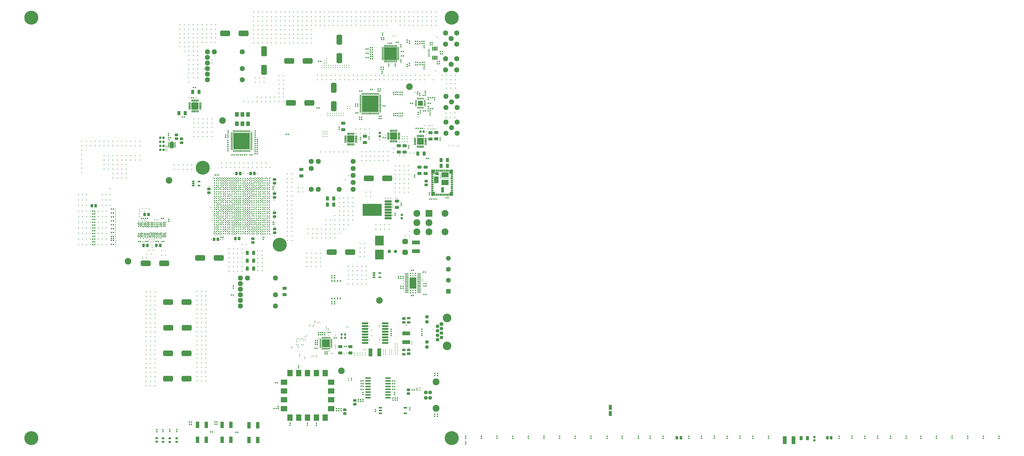
<source format=gbr>
G04*
G04 #@! TF.GenerationSoftware,Altium Limited,Altium Designer,23.11.1 (41)*
G04*
G04 Layer_Color=8388736*
%FSLAX44Y44*%
%MOMM*%
G71*
G04*
G04 #@! TF.SameCoordinates,838A1BA1-0531-4938-89FD-2D76D54D1B47*
G04*
G04*
G04 #@! TF.FilePolarity,Negative*
G04*
G01*
G75*
%ADD41R,3.1000X5.1600*%
G04:AMPARAMS|DCode=99|XSize=4.5016mm|YSize=2.6016mm|CornerRadius=0.6758mm|HoleSize=0mm|Usage=FLASHONLY|Rotation=0.000|XOffset=0mm|YOffset=0mm|HoleType=Round|Shape=RoundedRectangle|*
%AMROUNDEDRECTD99*
21,1,4.5016,1.2500,0,0,0.0*
21,1,3.1500,2.6016,0,0,0.0*
1,1,1.3516,1.5750,-0.6250*
1,1,1.3516,-1.5750,-0.6250*
1,1,1.3516,-1.5750,0.6250*
1,1,1.3516,1.5750,0.6250*
%
%ADD99ROUNDEDRECTD99*%
G04:AMPARAMS|DCode=100|XSize=1.905mm|YSize=1.2954mm|CornerRadius=0.2537mm|HoleSize=0mm|Usage=FLASHONLY|Rotation=90.000|XOffset=0mm|YOffset=0mm|HoleType=Round|Shape=RoundedRectangle|*
%AMROUNDEDRECTD100*
21,1,1.9050,0.7879,0,0,90.0*
21,1,1.3975,1.2954,0,0,90.0*
1,1,0.5075,0.3940,0.6988*
1,1,0.5075,0.3940,-0.6988*
1,1,0.5075,-0.3940,-0.6988*
1,1,0.5075,-0.3940,0.6988*
%
%ADD100ROUNDEDRECTD100*%
G04:AMPARAMS|DCode=101|XSize=0.6096mm|YSize=0.6096mm|CornerRadius=0.2032mm|HoleSize=0mm|Usage=FLASHONLY|Rotation=0.000|XOffset=0mm|YOffset=0mm|HoleType=Round|Shape=RoundedRectangle|*
%AMROUNDEDRECTD101*
21,1,0.6096,0.2032,0,0,0.0*
21,1,0.2032,0.6096,0,0,0.0*
1,1,0.4064,0.1016,-0.1016*
1,1,0.4064,-0.1016,-0.1016*
1,1,0.4064,-0.1016,0.1016*
1,1,0.4064,0.1016,0.1016*
%
%ADD101ROUNDEDRECTD101*%
G04:AMPARAMS|DCode=102|XSize=0.6096mm|YSize=0.6096mm|CornerRadius=0.2032mm|HoleSize=0mm|Usage=FLASHONLY|Rotation=270.000|XOffset=0mm|YOffset=0mm|HoleType=Round|Shape=RoundedRectangle|*
%AMROUNDEDRECTD102*
21,1,0.6096,0.2032,0,0,270.0*
21,1,0.2032,0.6096,0,0,270.0*
1,1,0.4064,-0.1016,-0.1016*
1,1,0.4064,-0.1016,0.1016*
1,1,0.4064,0.1016,0.1016*
1,1,0.4064,0.1016,-0.1016*
%
%ADD102ROUNDEDRECTD102*%
G04:AMPARAMS|DCode=103|XSize=1.905mm|YSize=1.2954mm|CornerRadius=0.2537mm|HoleSize=0mm|Usage=FLASHONLY|Rotation=180.000|XOffset=0mm|YOffset=0mm|HoleType=Round|Shape=RoundedRectangle|*
%AMROUNDEDRECTD103*
21,1,1.9050,0.7879,0,0,180.0*
21,1,1.3975,1.2954,0,0,180.0*
1,1,0.5075,-0.6988,0.3940*
1,1,0.5075,0.6988,0.3940*
1,1,0.5075,0.6988,-0.3940*
1,1,0.5075,-0.6988,-0.3940*
%
%ADD103ROUNDEDRECTD103*%
G04:AMPARAMS|DCode=104|XSize=1.1016mm|YSize=0.9016mm|CornerRadius=0.2508mm|HoleSize=0mm|Usage=FLASHONLY|Rotation=0.000|XOffset=0mm|YOffset=0mm|HoleType=Round|Shape=RoundedRectangle|*
%AMROUNDEDRECTD104*
21,1,1.1016,0.4000,0,0,0.0*
21,1,0.6000,0.9016,0,0,0.0*
1,1,0.5016,0.3000,-0.2000*
1,1,0.5016,-0.3000,-0.2000*
1,1,0.5016,-0.3000,0.2000*
1,1,0.5016,0.3000,0.2000*
%
%ADD104ROUNDEDRECTD104*%
G04:AMPARAMS|DCode=105|XSize=1.4986mm|YSize=1.1938mm|CornerRadius=0.2529mm|HoleSize=0mm|Usage=FLASHONLY|Rotation=180.000|XOffset=0mm|YOffset=0mm|HoleType=Round|Shape=RoundedRectangle|*
%AMROUNDEDRECTD105*
21,1,1.4986,0.6881,0,0,180.0*
21,1,0.9929,1.1938,0,0,180.0*
1,1,0.5057,-0.4964,0.3440*
1,1,0.5057,0.4964,0.3440*
1,1,0.5057,0.4964,-0.3440*
1,1,0.5057,-0.4964,-0.3440*
%
%ADD105ROUNDEDRECTD105*%
%ADD106R,1.7400X1.8400*%
%ADD107R,1.0900X0.7400*%
%ADD108R,0.7400X1.0900*%
%ADD109R,3.2400X2.3400*%
%ADD110R,3.2000X2.3000*%
%ADD111R,2.1400X3.1500*%
%ADD112R,1.5000X1.3400*%
%ADD113R,1.2400X2.3900*%
G04:AMPARAMS|DCode=114|XSize=0.49mm|YSize=1.14mm|CornerRadius=0.1575mm|HoleSize=0mm|Usage=FLASHONLY|Rotation=90.000|XOffset=0mm|YOffset=0mm|HoleType=Round|Shape=RoundedRectangle|*
%AMROUNDEDRECTD114*
21,1,0.4900,0.8250,0,0,90.0*
21,1,0.1750,1.1400,0,0,90.0*
1,1,0.3150,0.4125,0.0875*
1,1,0.3150,0.4125,-0.0875*
1,1,0.3150,-0.4125,-0.0875*
1,1,0.3150,-0.4125,0.0875*
%
%ADD114ROUNDEDRECTD114*%
G04:AMPARAMS|DCode=115|XSize=0.49mm|YSize=1.14mm|CornerRadius=0.1575mm|HoleSize=0mm|Usage=FLASHONLY|Rotation=0.000|XOffset=0mm|YOffset=0mm|HoleType=Round|Shape=RoundedRectangle|*
%AMROUNDEDRECTD115*
21,1,0.4900,0.8250,0,0,0.0*
21,1,0.1750,1.1400,0,0,0.0*
1,1,0.3150,0.0875,-0.4125*
1,1,0.3150,-0.0875,-0.4125*
1,1,0.3150,-0.0875,0.4125*
1,1,0.3150,0.0875,0.4125*
%
%ADD115ROUNDEDRECTD115*%
G04:AMPARAMS|DCode=116|XSize=3.15mm|YSize=3.15mm|CornerRadius=0.1575mm|HoleSize=0mm|Usage=FLASHONLY|Rotation=90.000|XOffset=0mm|YOffset=0mm|HoleType=Round|Shape=RoundedRectangle|*
%AMROUNDEDRECTD116*
21,1,3.1500,2.8350,0,0,90.0*
21,1,2.8350,3.1500,0,0,90.0*
1,1,0.3150,1.4175,1.4175*
1,1,0.3150,1.4175,-1.4175*
1,1,0.3150,-1.4175,-1.4175*
1,1,0.3150,-1.4175,1.4175*
%
%ADD116ROUNDEDRECTD116*%
G04:AMPARAMS|DCode=117|XSize=3.15mm|YSize=3.15mm|CornerRadius=0.1575mm|HoleSize=0mm|Usage=FLASHONLY|Rotation=180.000|XOffset=0mm|YOffset=0mm|HoleType=Round|Shape=RoundedRectangle|*
%AMROUNDEDRECTD117*
21,1,3.1500,2.8350,0,0,180.0*
21,1,2.8350,3.1500,0,0,180.0*
1,1,0.3150,-1.4175,1.4175*
1,1,0.3150,1.4175,1.4175*
1,1,0.3150,1.4175,-1.4175*
1,1,0.3150,-1.4175,-1.4175*
%
%ADD117ROUNDEDRECTD117*%
G04:AMPARAMS|DCode=118|XSize=4.5016mm|YSize=2.6016mm|CornerRadius=0.6758mm|HoleSize=0mm|Usage=FLASHONLY|Rotation=270.000|XOffset=0mm|YOffset=0mm|HoleType=Round|Shape=RoundedRectangle|*
%AMROUNDEDRECTD118*
21,1,4.5016,1.2500,0,0,270.0*
21,1,3.1500,2.6016,0,0,270.0*
1,1,1.3516,-0.6250,-1.5750*
1,1,1.3516,-0.6250,1.5750*
1,1,1.3516,0.6250,1.5750*
1,1,1.3516,0.6250,-1.5750*
%
%ADD118ROUNDEDRECTD118*%
%ADD119C,2.2990*%
%ADD120R,1.1900X0.7400*%
G04:AMPARAMS|DCode=121|XSize=2.4632mm|YSize=2.3632mm|CornerRadius=0.6416mm|HoleSize=0mm|Usage=FLASHONLY|Rotation=180.000|XOffset=0mm|YOffset=0mm|HoleType=Round|Shape=RoundedRectangle|*
%AMROUNDEDRECTD121*
21,1,2.4632,1.0800,0,0,180.0*
21,1,1.1800,2.3632,0,0,180.0*
1,1,1.2832,-0.5900,0.5400*
1,1,1.2832,0.5900,0.5400*
1,1,1.2832,0.5900,-0.5400*
1,1,1.2832,-0.5900,-0.5400*
%
%ADD121ROUNDEDRECTD121*%
%ADD122C,3.0000*%
G04:AMPARAMS|DCode=123|XSize=0.38mm|YSize=0.74mm|CornerRadius=0.1192mm|HoleSize=0mm|Usage=FLASHONLY|Rotation=90.000|XOffset=0mm|YOffset=0mm|HoleType=Round|Shape=RoundedRectangle|*
%AMROUNDEDRECTD123*
21,1,0.3800,0.5016,0,0,90.0*
21,1,0.1416,0.7400,0,0,90.0*
1,1,0.2384,0.2508,0.0708*
1,1,0.2384,0.2508,-0.0708*
1,1,0.2384,-0.2508,-0.0708*
1,1,0.2384,-0.2508,0.0708*
%
%ADD123ROUNDEDRECTD123*%
G04:AMPARAMS|DCode=124|XSize=2.54mm|YSize=1.79mm|CornerRadius=0.1113mm|HoleSize=0mm|Usage=FLASHONLY|Rotation=90.000|XOffset=0mm|YOffset=0mm|HoleType=Round|Shape=RoundedRectangle|*
%AMROUNDEDRECTD124*
21,1,2.5400,1.5675,0,0,90.0*
21,1,2.3175,1.7900,0,0,90.0*
1,1,0.2225,0.7838,1.1588*
1,1,0.2225,0.7838,-1.1588*
1,1,0.2225,-0.7838,-1.1588*
1,1,0.2225,-0.7838,1.1588*
%
%ADD124ROUNDEDRECTD124*%
G04:AMPARAMS|DCode=125|XSize=0.9906mm|YSize=0.9652mm|CornerRadius=0.2019mm|HoleSize=0mm|Usage=FLASHONLY|Rotation=0.000|XOffset=0mm|YOffset=0mm|HoleType=Round|Shape=RoundedRectangle|*
%AMROUNDEDRECTD125*
21,1,0.9906,0.5613,0,0,0.0*
21,1,0.5867,0.9652,0,0,0.0*
1,1,0.4039,0.2934,-0.2807*
1,1,0.4039,-0.2934,-0.2807*
1,1,0.4039,-0.2934,0.2807*
1,1,0.4039,0.2934,0.2807*
%
%ADD125ROUNDEDRECTD125*%
%ADD126R,0.4064X0.5588*%
G04:AMPARAMS|DCode=127|XSize=1.4986mm|YSize=1.1938mm|CornerRadius=0.2529mm|HoleSize=0mm|Usage=FLASHONLY|Rotation=270.000|XOffset=0mm|YOffset=0mm|HoleType=Round|Shape=RoundedRectangle|*
%AMROUNDEDRECTD127*
21,1,1.4986,0.6881,0,0,270.0*
21,1,0.9929,1.1938,0,0,270.0*
1,1,0.5057,-0.3440,-0.4964*
1,1,0.5057,-0.3440,0.4964*
1,1,0.5057,0.3440,0.4964*
1,1,0.5057,0.3440,-0.4964*
%
%ADD127ROUNDEDRECTD127*%
%ADD128C,0.5516*%
%ADD129C,0.5500*%
%ADD130O,0.5500X0.5500*%
G04:AMPARAMS|DCode=131|XSize=0.54mm|YSize=0.84mm|CornerRadius=0.17mm|HoleSize=0mm|Usage=FLASHONLY|Rotation=180.000|XOffset=0mm|YOffset=0mm|HoleType=Round|Shape=RoundedRectangle|*
%AMROUNDEDRECTD131*
21,1,0.5400,0.5000,0,0,180.0*
21,1,0.2000,0.8400,0,0,180.0*
1,1,0.3400,-0.1000,0.2500*
1,1,0.3400,0.1000,0.2500*
1,1,0.3400,0.1000,-0.2500*
1,1,0.3400,-0.1000,-0.2500*
%
%ADD131ROUNDEDRECTD131*%
%ADD132R,1.6900X2.0900*%
G04:AMPARAMS|DCode=133|XSize=1.09mm|YSize=0.44mm|CornerRadius=0.145mm|HoleSize=0mm|Usage=FLASHONLY|Rotation=180.000|XOffset=0mm|YOffset=0mm|HoleType=Round|Shape=RoundedRectangle|*
%AMROUNDEDRECTD133*
21,1,1.0900,0.1500,0,0,180.0*
21,1,0.8000,0.4400,0,0,180.0*
1,1,0.2900,-0.4000,0.0750*
1,1,0.2900,0.4000,0.0750*
1,1,0.2900,0.4000,-0.0750*
1,1,0.2900,-0.4000,-0.0750*
%
%ADD133ROUNDEDRECTD133*%
%ADD134R,3.1500X3.1500*%
G04:AMPARAMS|DCode=135|XSize=0.9906mm|YSize=0.9652mm|CornerRadius=0.2019mm|HoleSize=0mm|Usage=FLASHONLY|Rotation=90.000|XOffset=0mm|YOffset=0mm|HoleType=Round|Shape=RoundedRectangle|*
%AMROUNDEDRECTD135*
21,1,0.9906,0.5613,0,0,90.0*
21,1,0.5867,0.9652,0,0,90.0*
1,1,0.4039,0.2807,0.2934*
1,1,0.4039,0.2807,-0.2934*
1,1,0.4039,-0.2807,-0.2934*
1,1,0.4039,-0.2807,0.2934*
%
%ADD135ROUNDEDRECTD135*%
G04:AMPARAMS|DCode=136|XSize=1.7mm|YSize=3.6mm|CornerRadius=0.25mm|HoleSize=0mm|Usage=FLASHONLY|Rotation=0.000|XOffset=0mm|YOffset=0mm|HoleType=Round|Shape=RoundedRectangle|*
%AMROUNDEDRECTD136*
21,1,1.7000,3.1000,0,0,0.0*
21,1,1.2000,3.6000,0,0,0.0*
1,1,0.5000,0.6000,-1.5500*
1,1,0.5000,-0.6000,-1.5500*
1,1,0.5000,-0.6000,1.5500*
1,1,0.5000,0.6000,1.5500*
%
%ADD136ROUNDEDRECTD136*%
%ADD137R,1.5400X2.8900*%
%ADD138O,0.9400X0.3700*%
%ADD139O,0.3700X0.9400*%
%ADD140R,7.5400X7.5400*%
%ADD141O,0.5400X1.9400*%
%ADD142R,7.5400X7.5400*%
%ADD143R,1.4516X2.3016*%
%ADD144R,2.2500X2.2500*%
%ADD145O,0.3500X0.9500*%
%ADD146O,0.9500X0.3500*%
G04:AMPARAMS|DCode=147|XSize=0.608mm|YSize=0.608mm|CornerRadius=0.2024mm|HoleSize=0mm|Usage=FLASHONLY|Rotation=90.000|XOffset=0mm|YOffset=0mm|HoleType=Round|Shape=RoundedRectangle|*
%AMROUNDEDRECTD147*
21,1,0.6080,0.2032,0,0,90.0*
21,1,0.2032,0.6080,0,0,90.0*
1,1,0.4048,0.1016,0.1016*
1,1,0.4048,0.1016,-0.1016*
1,1,0.4048,-0.1016,-0.1016*
1,1,0.4048,-0.1016,0.1016*
%
%ADD147ROUNDEDRECTD147*%
%ADD148O,0.9900X0.4200*%
%ADD149R,5.7400X5.7400*%
%ADD150O,0.4200X0.9900*%
%ADD151O,1.7016X0.4016*%
%ADD152O,3.0226X0.8636*%
%ADD153R,1.5016X1.3016*%
%ADD154R,1.5016X1.1016*%
G04:AMPARAMS|DCode=155|XSize=0.4mm|YSize=0.55mm|CornerRadius=0.125mm|HoleSize=0mm|Usage=FLASHONLY|Rotation=90.000|XOffset=0mm|YOffset=0mm|HoleType=Round|Shape=RoundedRectangle|*
%AMROUNDEDRECTD155*
21,1,0.4000,0.3000,0,0,90.0*
21,1,0.1500,0.5500,0,0,90.0*
1,1,0.2500,0.1500,0.0750*
1,1,0.2500,0.1500,-0.0750*
1,1,0.2500,-0.1500,-0.0750*
1,1,0.2500,-0.1500,0.0750*
%
%ADD155ROUNDEDRECTD155*%
%ADD156R,2.4400X2.9400*%
%ADD157R,2.9400X2.4400*%
%ADD158R,1.5200X0.7400*%
G04:AMPARAMS|DCode=159|XSize=1.7mm|YSize=3.6mm|CornerRadius=0.25mm|HoleSize=0mm|Usage=FLASHONLY|Rotation=270.000|XOffset=0mm|YOffset=0mm|HoleType=Round|Shape=RoundedRectangle|*
%AMROUNDEDRECTD159*
21,1,1.7000,3.1000,0,0,270.0*
21,1,1.2000,3.6000,0,0,270.0*
1,1,0.5000,-1.5500,-0.6000*
1,1,0.5000,-1.5500,0.6000*
1,1,0.5000,1.5500,0.6000*
1,1,0.5000,1.5500,-0.6000*
%
%ADD159ROUNDEDRECTD159*%
G04:AMPARAMS|DCode=160|XSize=3.5016mm|YSize=3.5016mm|CornerRadius=0mm|HoleSize=0mm|Usage=FLASHONLY|Rotation=180.000|XOffset=0mm|YOffset=0mm|HoleType=Round|Shape=RoundedRectangle|*
%AMROUNDEDRECTD160*
21,1,3.5016,3.5016,0,0,180.0*
21,1,3.5016,3.5016,0,0,180.0*
1,1,0.0000,-1.7508,1.7508*
1,1,0.0000,1.7508,1.7508*
1,1,0.0000,1.7508,-1.7508*
1,1,0.0000,-1.7508,-1.7508*
%
%ADD160ROUNDEDRECTD160*%
%ADD161R,0.3516X0.9016*%
%ADD162R,0.9016X0.3516*%
G04:AMPARAMS|DCode=163|XSize=0.79mm|YSize=0.99mm|CornerRadius=0.2325mm|HoleSize=0mm|Usage=FLASHONLY|Rotation=180.000|XOffset=0mm|YOffset=0mm|HoleType=Round|Shape=RoundedRectangle|*
%AMROUNDEDRECTD163*
21,1,0.7900,0.5250,0,0,180.0*
21,1,0.3250,0.9900,0,0,180.0*
1,1,0.4650,-0.1625,0.2625*
1,1,0.4650,0.1625,0.2625*
1,1,0.4650,0.1625,-0.2625*
1,1,0.4650,-0.1625,-0.2625*
%
%ADD163ROUNDEDRECTD163*%
%ADD164R,8.6800X5.4900*%
G04:AMPARAMS|DCode=165|XSize=3.2mm|YSize=1.03mm|CornerRadius=0.2925mm|HoleSize=0mm|Usage=FLASHONLY|Rotation=180.000|XOffset=0mm|YOffset=0mm|HoleType=Round|Shape=RoundedRectangle|*
%AMROUNDEDRECTD165*
21,1,3.2000,0.4450,0,0,180.0*
21,1,2.6150,1.0300,0,0,180.0*
1,1,0.5850,-1.3075,0.2225*
1,1,0.5850,1.3075,0.2225*
1,1,0.5850,1.3075,-0.2225*
1,1,0.5850,-1.3075,-0.2225*
%
%ADD165ROUNDEDRECTD165*%
%ADD166R,2.4390X0.6990*%
G04:AMPARAMS|DCode=167|XSize=1.34mm|YSize=1.34mm|CornerRadius=0.25mm|HoleSize=0mm|Usage=FLASHONLY|Rotation=270.000|XOffset=0mm|YOffset=0mm|HoleType=Round|Shape=RoundedRectangle|*
%AMROUNDEDRECTD167*
21,1,1.3400,0.8400,0,0,270.0*
21,1,0.8400,1.3400,0,0,270.0*
1,1,0.5000,-0.4200,-0.4200*
1,1,0.5000,-0.4200,0.4200*
1,1,0.5000,0.4200,0.4200*
1,1,0.5000,0.4200,-0.4200*
%
%ADD167ROUNDEDRECTD167*%
G04:AMPARAMS|DCode=168|XSize=1.34mm|YSize=1.34mm|CornerRadius=0.37mm|HoleSize=0mm|Usage=FLASHONLY|Rotation=270.000|XOffset=0mm|YOffset=0mm|HoleType=Round|Shape=RoundedRectangle|*
%AMROUNDEDRECTD168*
21,1,1.3400,0.6000,0,0,270.0*
21,1,0.6000,1.3400,0,0,270.0*
1,1,0.7400,-0.3000,-0.3000*
1,1,0.7400,-0.3000,0.3000*
1,1,0.7400,0.3000,0.3000*
1,1,0.7400,0.3000,-0.3000*
%
%ADD168ROUNDEDRECTD168*%
%ADD169R,4.0132X4.4450*%
%ADD170C,6.3400*%
%ADD171C,2.3016*%
%ADD172C,3.9116*%
G04:AMPARAMS|DCode=173|XSize=1.6256mm|YSize=1.6256mm|CornerRadius=0mm|HoleSize=0mm|Usage=FLASHONLY|Rotation=90.000|XOffset=0mm|YOffset=0mm|HoleType=Round|Shape=Octagon|*
%AMOCTAGOND173*
4,1,8,0.4064,0.8128,-0.4064,0.8128,-0.8128,0.4064,-0.8128,-0.4064,-0.4064,-0.8128,0.4064,-0.8128,0.8128,-0.4064,0.8128,0.4064,0.4064,0.8128,0.0*
%
%ADD173OCTAGOND173*%

%ADD174C,1.6256*%
%ADD175C,3.1400*%
%ADD176C,1.7400*%
%ADD177C,0.7016*%
%ADD178R,2.1450X2.1450*%
%ADD179C,2.1450*%
%ADD180C,3.1372*%
%ADD181R,3.1400X3.1400*%
%ADD182C,0.4064*%
%ADD183C,0.3000*%
%ADD184C,0.6604*%
%ADD185C,0.6016*%
%ADD186C,0.6096*%
G36*
X682239Y1395880D02*
X682267D01*
X682294Y1395875D01*
X682322Y1395873D01*
X682348Y1395867D01*
X682376Y1395862D01*
X682402Y1395854D01*
X682429Y1395847D01*
X682454Y1395837D01*
X682480Y1395828D01*
X682664Y1395752D01*
X682689Y1395740D01*
X682714Y1395729D01*
X682738Y1395715D01*
X682762Y1395702D01*
X682785Y1395686D01*
X682808Y1395672D01*
X682829Y1395654D01*
X682852Y1395638D01*
X682871Y1395618D01*
X682892Y1395600D01*
X683033Y1395459D01*
X683051Y1395438D01*
X683070Y1395419D01*
X683086Y1395397D01*
X683104Y1395376D01*
X683119Y1395352D01*
X683135Y1395330D01*
X683148Y1395305D01*
X683162Y1395282D01*
X683172Y1395256D01*
X683185Y1395232D01*
X683261Y1395048D01*
X683270Y1395022D01*
X683280Y1394996D01*
X683287Y1394969D01*
X683295Y1394943D01*
X683299Y1394916D01*
X683306Y1394889D01*
X683308Y1394861D01*
X683312Y1394834D01*
Y1394807D01*
X683315Y1394779D01*
Y1394680D01*
Y1361680D01*
Y1361580D01*
X683312Y1361553D01*
Y1361525D01*
X683308Y1361498D01*
X683306Y1361470D01*
X683299Y1361443D01*
X683295Y1361416D01*
X683287Y1361390D01*
X683280Y1361363D01*
X683270Y1361338D01*
X683261Y1361311D01*
X683185Y1361128D01*
X683172Y1361103D01*
X683162Y1361078D01*
X683148Y1361054D01*
X683135Y1361030D01*
X683119Y1361007D01*
X683104Y1360984D01*
X683086Y1360963D01*
X683070Y1360940D01*
X683051Y1360921D01*
X683033Y1360900D01*
X682892Y1360759D01*
X682871Y1360741D01*
X682851Y1360722D01*
X682829Y1360706D01*
X682808Y1360688D01*
X682785Y1360673D01*
X682762Y1360657D01*
X682738Y1360645D01*
X682714Y1360630D01*
X682689Y1360620D01*
X682664Y1360607D01*
X682480Y1360531D01*
X682454Y1360522D01*
X682429Y1360512D01*
X682402Y1360506D01*
X682376Y1360497D01*
X682348Y1360493D01*
X682322Y1360486D01*
X682294Y1360484D01*
X682267Y1360480D01*
X682239D01*
X682212Y1360477D01*
X680513D01*
X680485Y1360480D01*
X680458D01*
X680431Y1360484D01*
X680403Y1360486D01*
X680376Y1360493D01*
X680349Y1360497D01*
X680323Y1360506D01*
X680296Y1360512D01*
X680270Y1360522D01*
X680244Y1360531D01*
X680061Y1360607D01*
X680036Y1360620D01*
X680010Y1360630D01*
X679987Y1360645D01*
X679962Y1360657D01*
X679940Y1360673D01*
X679916Y1360688D01*
X679896Y1360706D01*
X679873Y1360722D01*
X679854Y1360741D01*
X679833Y1360759D01*
X679692Y1360900D01*
X679674Y1360921D01*
X679654Y1360941D01*
X679638Y1360963D01*
X679620Y1360984D01*
X679606Y1361007D01*
X679590Y1361030D01*
X679577Y1361054D01*
X679563Y1361078D01*
X679552Y1361103D01*
X679540Y1361128D01*
X679464Y1361312D01*
X679455Y1361338D01*
X679445Y1361363D01*
X679438Y1361390D01*
X679430Y1361416D01*
X679425Y1361444D01*
X679419Y1361470D01*
X679417Y1361498D01*
X679412Y1361525D01*
Y1361553D01*
X679410Y1361580D01*
Y1361680D01*
Y1394680D01*
Y1394779D01*
X679412Y1394807D01*
Y1394834D01*
X679417Y1394861D01*
X679419Y1394889D01*
X679425Y1394916D01*
X679430Y1394943D01*
X679438Y1394969D01*
X679445Y1394996D01*
X679455Y1395021D01*
X679464Y1395048D01*
X679540Y1395231D01*
X679552Y1395256D01*
X679563Y1395282D01*
X679577Y1395305D01*
X679590Y1395330D01*
X679606Y1395352D01*
X679620Y1395376D01*
X679638Y1395396D01*
X679654Y1395419D01*
X679674Y1395439D01*
X679692Y1395459D01*
X679833Y1395600D01*
X679854Y1395618D01*
X679873Y1395637D01*
X679895Y1395654D01*
X679916Y1395672D01*
X679940Y1395686D01*
X679962Y1395702D01*
X679987Y1395715D01*
X680010Y1395729D01*
X680036Y1395740D01*
X680060Y1395752D01*
X680244Y1395828D01*
X680270Y1395837D01*
X680296Y1395847D01*
X680323Y1395854D01*
X680349Y1395862D01*
X680376Y1395867D01*
X680403Y1395873D01*
X680431Y1395875D01*
X680458Y1395880D01*
X680485D01*
X680513Y1395882D01*
X682212D01*
X682239Y1395880D01*
D02*
G37*
G36*
X687239D02*
X687267D01*
X687294Y1395875D01*
X687322Y1395873D01*
X687348Y1395867D01*
X687376Y1395862D01*
X687402Y1395854D01*
X687429Y1395847D01*
X687454Y1395837D01*
X687480Y1395828D01*
X687664Y1395752D01*
X687689Y1395740D01*
X687714Y1395729D01*
X687738Y1395715D01*
X687763Y1395702D01*
X687785Y1395686D01*
X687808Y1395672D01*
X687829Y1395654D01*
X687852Y1395638D01*
X687871Y1395618D01*
X687892Y1395600D01*
X688033Y1395459D01*
X688051Y1395438D01*
X688070Y1395419D01*
X688086Y1395397D01*
X688104Y1395376D01*
X688119Y1395352D01*
X688135Y1395330D01*
X688148Y1395305D01*
X688162Y1395282D01*
X688172Y1395256D01*
X688185Y1395232D01*
X688261Y1395048D01*
X688270Y1395022D01*
X688280Y1394996D01*
X688287Y1394969D01*
X688295Y1394943D01*
X688299Y1394916D01*
X688306Y1394889D01*
X688308Y1394861D01*
X688312Y1394834D01*
Y1394807D01*
X688315Y1394779D01*
Y1394680D01*
Y1361680D01*
Y1361580D01*
X688312Y1361553D01*
Y1361525D01*
X688308Y1361498D01*
X688306Y1361470D01*
X688299Y1361443D01*
X688295Y1361416D01*
X688287Y1361390D01*
X688280Y1361363D01*
X688270Y1361338D01*
X688261Y1361311D01*
X688185Y1361128D01*
X688172Y1361103D01*
X688162Y1361078D01*
X688148Y1361054D01*
X688135Y1361030D01*
X688119Y1361007D01*
X688104Y1360984D01*
X688086Y1360963D01*
X688070Y1360940D01*
X688051Y1360921D01*
X688033Y1360900D01*
X687892Y1360759D01*
X687871Y1360741D01*
X687851Y1360722D01*
X687829Y1360706D01*
X687808Y1360688D01*
X687785Y1360673D01*
X687762Y1360657D01*
X687738Y1360645D01*
X687714Y1360630D01*
X687689Y1360620D01*
X687664Y1360607D01*
X687480Y1360531D01*
X687454Y1360522D01*
X687429Y1360512D01*
X687402Y1360506D01*
X687376Y1360497D01*
X687348Y1360493D01*
X687322Y1360486D01*
X687294Y1360484D01*
X687267Y1360480D01*
X687239D01*
X687212Y1360477D01*
X685513D01*
X685485Y1360480D01*
X685458D01*
X685431Y1360484D01*
X685403Y1360486D01*
X685376Y1360493D01*
X685349Y1360497D01*
X685323Y1360506D01*
X685296Y1360512D01*
X685271Y1360522D01*
X685244Y1360531D01*
X685061Y1360607D01*
X685036Y1360620D01*
X685010Y1360630D01*
X684987Y1360645D01*
X684962Y1360657D01*
X684940Y1360673D01*
X684916Y1360688D01*
X684896Y1360706D01*
X684873Y1360722D01*
X684854Y1360741D01*
X684833Y1360759D01*
X684692Y1360900D01*
X684674Y1360921D01*
X684654Y1360941D01*
X684638Y1360963D01*
X684620Y1360984D01*
X684606Y1361007D01*
X684590Y1361030D01*
X684577Y1361054D01*
X684563Y1361078D01*
X684552Y1361103D01*
X684540Y1361128D01*
X684464Y1361312D01*
X684455Y1361338D01*
X684445Y1361363D01*
X684438Y1361390D01*
X684430Y1361416D01*
X684425Y1361444D01*
X684419Y1361470D01*
X684417Y1361498D01*
X684412Y1361525D01*
Y1361553D01*
X684410Y1361580D01*
Y1361680D01*
Y1394680D01*
Y1394779D01*
X684412Y1394807D01*
Y1394834D01*
X684417Y1394861D01*
X684419Y1394889D01*
X684425Y1394916D01*
X684430Y1394943D01*
X684438Y1394969D01*
X684445Y1394996D01*
X684455Y1395021D01*
X684464Y1395048D01*
X684540Y1395231D01*
X684552Y1395256D01*
X684563Y1395282D01*
X684577Y1395305D01*
X684590Y1395330D01*
X684606Y1395352D01*
X684620Y1395376D01*
X684638Y1395396D01*
X684654Y1395419D01*
X684674Y1395439D01*
X684692Y1395459D01*
X684833Y1395600D01*
X684854Y1395618D01*
X684873Y1395637D01*
X684895Y1395654D01*
X684916Y1395672D01*
X684940Y1395686D01*
X684962Y1395702D01*
X684987Y1395715D01*
X685010Y1395729D01*
X685036Y1395740D01*
X685060Y1395752D01*
X685244Y1395828D01*
X685270Y1395837D01*
X685296Y1395847D01*
X685323Y1395854D01*
X685349Y1395862D01*
X685376Y1395867D01*
X685403Y1395873D01*
X685431Y1395875D01*
X685458Y1395880D01*
X685485D01*
X685513Y1395882D01*
X687212D01*
X687239Y1395880D01*
D02*
G37*
G36*
X1961029Y1165069D02*
X1961136Y1165044D01*
X1961178Y1165026D01*
X1961238Y1165002D01*
X1961332Y1164944D01*
X1961415Y1164872D01*
Y1164872D01*
X1961415D01*
X1961487Y1164789D01*
X1961544Y1164695D01*
X1961569Y1164635D01*
X1961587Y1164593D01*
X1961612Y1164486D01*
X1961621Y1164376D01*
D01*
Y1164376D01*
Y1147376D01*
X1961612Y1147266D01*
X1961587Y1147159D01*
X1961544Y1147057D01*
X1961487Y1146963D01*
X1961415Y1146879D01*
X1961332Y1146808D01*
X1961238Y1146750D01*
X1961136Y1146708D01*
X1961029Y1146682D01*
X1960919Y1146674D01*
X1944919D01*
D01*
X1944919D01*
X1944809Y1146682D01*
X1944702Y1146708D01*
X1944600Y1146750D01*
X1944506Y1146808D01*
X1944422Y1146879D01*
X1944351Y1146963D01*
X1944293Y1147057D01*
X1944251Y1147159D01*
X1944225Y1147266D01*
X1944217Y1147376D01*
Y1147376D01*
D01*
X1944217Y1156876D01*
X1944219Y1156906D01*
X1944220Y1156936D01*
X1944223Y1156961D01*
X1944225Y1156986D01*
X1944233Y1157015D01*
X1944238Y1157045D01*
X1944245Y1157068D01*
X1944251Y1157093D01*
X1944263Y1157121D01*
X1944272Y1157149D01*
X1944284Y1157171D01*
X1944293Y1157195D01*
X1944309Y1157220D01*
X1944323Y1157247D01*
X1944338Y1157267D01*
X1944351Y1157289D01*
X1944371Y1157311D01*
X1944388Y1157336D01*
X1950888Y1164835D01*
X1950906Y1164853D01*
X1950922Y1164872D01*
X1950945Y1164891D01*
X1950967Y1164913D01*
X1950987Y1164927D01*
X1951006Y1164943D01*
X1951032Y1164959D01*
X1951056Y1164977D01*
X1951079Y1164988D01*
X1951100Y1165001D01*
X1951128Y1165013D01*
X1951155Y1165026D01*
X1951179Y1165034D01*
X1951202Y1165043D01*
X1951231Y1165050D01*
X1951260Y1165059D01*
X1951284Y1165063D01*
X1951309Y1165069D01*
X1951339Y1165071D01*
X1951369Y1165076D01*
X1951394Y1165076D01*
X1951419Y1165078D01*
X1960919Y1165078D01*
D01*
X1960919D01*
X1961029Y1165069D01*
D02*
G37*
D41*
X1779170Y750200D02*
D03*
D99*
X667166Y663755D02*
D03*
X751165D02*
D03*
Y431344D02*
D03*
X667166D02*
D03*
X751165Y315774D02*
D03*
X667166D02*
D03*
X667749Y547181D02*
D03*
X751749D02*
D03*
X1217063Y1759551D02*
D03*
X1301063D02*
D03*
X896864Y865037D02*
D03*
X812864D02*
D03*
X649140Y840110D02*
D03*
X565140D02*
D03*
X926016Y1884903D02*
D03*
X1010016D02*
D03*
X1494282Y890524D02*
D03*
X1410282D02*
D03*
X1578809Y1226536D02*
D03*
X1662809D02*
D03*
X1224743Y1568704D02*
D03*
X1308743D02*
D03*
D100*
X1419562Y1106960D02*
D03*
X1390606D02*
D03*
X807645Y1619364D02*
D03*
X778689D02*
D03*
X1830373Y1339193D02*
D03*
X1801417D02*
D03*
X1026838Y887608D02*
D03*
X1055794D02*
D03*
X1026584Y816234D02*
D03*
X1055540D02*
D03*
X1026838Y852048D02*
D03*
X1055794D02*
D03*
X744632Y1522658D02*
D03*
X715676D02*
D03*
X1419562Y1134460D02*
D03*
X1390606D02*
D03*
X1936285Y1282729D02*
D03*
X1907329D02*
D03*
X1936285Y1309148D02*
D03*
X1907329D02*
D03*
X3571630Y45856D02*
D03*
X3542674D02*
D03*
D101*
X1541940Y1410806D02*
D03*
Y1401916D02*
D03*
X1724406Y1833245D02*
D03*
Y1824355D02*
D03*
X2018665Y28575D02*
D03*
Y19685D02*
D03*
X1579372Y1413945D02*
D03*
Y1405055D02*
D03*
X1725927Y1103923D02*
D03*
Y1112813D02*
D03*
X1787259Y1231971D02*
D03*
Y1240861D02*
D03*
X668400Y1420694D02*
D03*
Y1429584D02*
D03*
X670730Y1031245D02*
D03*
Y1040135D02*
D03*
X1143974Y1187328D02*
D03*
Y1178438D02*
D03*
X1144186Y1026927D02*
D03*
Y1018037D02*
D03*
X1099101Y958465D02*
D03*
Y949575D02*
D03*
X963042Y736645D02*
D03*
Y727755D02*
D03*
X1444223Y1449047D02*
D03*
Y1457937D02*
D03*
X1903229Y1400088D02*
D03*
Y1408978D02*
D03*
X1853820Y1151631D02*
D03*
Y1160521D02*
D03*
X2729874Y54365D02*
D03*
Y45475D02*
D03*
X2661294Y54365D02*
D03*
Y45475D02*
D03*
X2587634Y54365D02*
D03*
Y45475D02*
D03*
X2516514Y54365D02*
D03*
Y45475D02*
D03*
X2445394Y54365D02*
D03*
Y45475D02*
D03*
X2374274Y54365D02*
D03*
Y45475D02*
D03*
X2303154Y54365D02*
D03*
Y45475D02*
D03*
X2232034Y54365D02*
D03*
Y45475D02*
D03*
X2160914Y54365D02*
D03*
Y45475D02*
D03*
X2089794Y54365D02*
D03*
Y45475D02*
D03*
X2018674Y54365D02*
D03*
Y45475D02*
D03*
X3395100Y54365D02*
D03*
Y45475D02*
D03*
X3323980Y54365D02*
D03*
Y45475D02*
D03*
X3265560Y54365D02*
D03*
Y45475D02*
D03*
X3207140Y54365D02*
D03*
Y45475D02*
D03*
X3148720Y54365D02*
D03*
Y45475D02*
D03*
X3090300Y54365D02*
D03*
Y45475D02*
D03*
X3032134Y54365D02*
D03*
Y45475D02*
D03*
X2915294Y54365D02*
D03*
Y45475D02*
D03*
X2856874Y54365D02*
D03*
Y45475D02*
D03*
X2803534Y54365D02*
D03*
Y45475D02*
D03*
X4441834D02*
D03*
Y54365D02*
D03*
X4370714Y45475D02*
D03*
Y54365D02*
D03*
X4299594Y45475D02*
D03*
Y54365D02*
D03*
X4228474Y45475D02*
D03*
Y54365D02*
D03*
X4157354Y45475D02*
D03*
Y54365D02*
D03*
X4086234Y45475D02*
D03*
Y54365D02*
D03*
X4020194Y45475D02*
D03*
Y54365D02*
D03*
X3949074Y45475D02*
D03*
Y54365D02*
D03*
X3890654Y45475D02*
D03*
Y54365D02*
D03*
X3832234Y45475D02*
D03*
Y54365D02*
D03*
X3774068Y45475D02*
D03*
Y54365D02*
D03*
X3715648Y45475D02*
D03*
Y54365D02*
D03*
X1423718Y783359D02*
D03*
Y774469D02*
D03*
X1410764Y656613D02*
D03*
Y665503D02*
D03*
Y774449D02*
D03*
Y783339D02*
D03*
X1424226Y665522D02*
D03*
Y656632D02*
D03*
X1071881Y1356827D02*
D03*
Y1365717D02*
D03*
Y1338031D02*
D03*
Y1346921D02*
D03*
X928625Y1422613D02*
D03*
Y1413723D02*
D03*
X1061975Y1394419D02*
D03*
Y1403309D02*
D03*
X1072135Y1394419D02*
D03*
Y1403309D02*
D03*
X1061975Y1375623D02*
D03*
Y1384513D02*
D03*
X1072135Y1375623D02*
D03*
Y1384513D02*
D03*
X1061975Y1338031D02*
D03*
Y1346921D02*
D03*
Y1356827D02*
D03*
Y1365717D02*
D03*
X939040Y1422864D02*
D03*
Y1413974D02*
D03*
X1062230Y1441155D02*
D03*
Y1432265D02*
D03*
X1061975Y1422356D02*
D03*
Y1413466D02*
D03*
X939040Y1351493D02*
D03*
Y1360383D02*
D03*
Y1370289D02*
D03*
Y1379179D02*
D03*
X939166Y1441663D02*
D03*
Y1432773D02*
D03*
X939040Y1389085D02*
D03*
Y1397975D02*
D03*
X1724290Y1755267D02*
D03*
Y1764157D02*
D03*
X1852422Y1809877D02*
D03*
Y1800987D02*
D03*
X1852422Y1782191D02*
D03*
Y1791081D02*
D03*
X1800858Y1609471D02*
D03*
Y1618361D02*
D03*
X1803398Y1525397D02*
D03*
Y1516507D02*
D03*
X1810766Y1602988D02*
D03*
Y1611878D02*
D03*
X1813306Y1523619D02*
D03*
Y1532509D02*
D03*
X1528999Y1554353D02*
D03*
Y1563243D02*
D03*
X1519091Y1554353D02*
D03*
Y1563243D02*
D03*
X1669542Y1736625D02*
D03*
Y1745515D02*
D03*
X1699076Y1736625D02*
D03*
Y1745515D02*
D03*
X1835390Y1612896D02*
D03*
Y1621786D02*
D03*
X1849256Y1583973D02*
D03*
Y1592863D02*
D03*
X1877963Y1592734D02*
D03*
Y1583844D02*
D03*
X1849256Y1551940D02*
D03*
Y1543050D02*
D03*
X1856994Y1522652D02*
D03*
Y1513762D02*
D03*
X1691913Y1520259D02*
D03*
Y1511369D02*
D03*
X1691861Y1616610D02*
D03*
Y1607720D02*
D03*
X1830103Y1733105D02*
D03*
Y1724215D02*
D03*
X1830107Y1828498D02*
D03*
Y1819608D02*
D03*
X1763417Y1739363D02*
D03*
Y1748253D02*
D03*
X1753491Y1734363D02*
D03*
Y1743253D02*
D03*
X1810900Y1838430D02*
D03*
Y1847320D02*
D03*
X1811485Y1742912D02*
D03*
Y1751802D02*
D03*
X1763163Y1849283D02*
D03*
Y1840394D02*
D03*
X1753237Y1854284D02*
D03*
Y1845394D02*
D03*
X1639784Y1702871D02*
D03*
Y1711761D02*
D03*
X1641132Y1886159D02*
D03*
Y1877269D02*
D03*
X1636498Y1865501D02*
D03*
Y1856611D02*
D03*
X1646498Y1865501D02*
D03*
Y1856611D02*
D03*
X1644909Y1721824D02*
D03*
Y1730714D02*
D03*
X1635001Y1721824D02*
D03*
Y1730714D02*
D03*
X1714500Y780415D02*
D03*
Y771525D02*
D03*
X1724660Y780415D02*
D03*
Y771525D02*
D03*
X1734820D02*
D03*
Y780415D02*
D03*
Y735965D02*
D03*
Y727075D02*
D03*
X1724660Y735965D02*
D03*
Y727075D02*
D03*
X1819910Y540385D02*
D03*
Y531495D02*
D03*
X1819910Y512445D02*
D03*
Y521335D02*
D03*
X1221740Y104775D02*
D03*
Y113665D02*
D03*
X1300480Y104775D02*
D03*
Y113665D02*
D03*
X1259840Y374015D02*
D03*
Y365125D02*
D03*
X1167130Y189230D02*
D03*
Y180340D02*
D03*
X1452880Y170815D02*
D03*
Y179705D02*
D03*
X1442720D02*
D03*
Y170815D02*
D03*
X1432560D02*
D03*
Y179705D02*
D03*
X1541780Y212725D02*
D03*
Y221615D02*
D03*
X1551940D02*
D03*
Y212725D02*
D03*
X1531620D02*
D03*
Y221615D02*
D03*
X1765300Y183515D02*
D03*
Y174625D02*
D03*
X1709420Y219075D02*
D03*
Y227965D02*
D03*
X1699260Y219075D02*
D03*
Y227965D02*
D03*
X1609090Y175895D02*
D03*
Y167005D02*
D03*
X1689100Y227965D02*
D03*
Y219075D02*
D03*
X1891030Y339725D02*
D03*
Y330835D02*
D03*
X1878330D02*
D03*
Y339725D02*
D03*
X1551940Y244475D02*
D03*
Y253365D02*
D03*
X1341120Y104775D02*
D03*
Y113665D02*
D03*
X1695450Y244475D02*
D03*
Y253365D02*
D03*
X1878330Y145415D02*
D03*
Y154305D02*
D03*
X1891030D02*
D03*
Y145415D02*
D03*
X1369060Y525145D02*
D03*
Y516255D02*
D03*
X1360170D02*
D03*
Y525145D02*
D03*
X1377950Y516255D02*
D03*
Y525145D02*
D03*
X1351280D02*
D03*
Y516255D02*
D03*
X1380490Y437515D02*
D03*
Y428625D02*
D03*
X1389380D02*
D03*
Y437515D02*
D03*
X1680210Y512445D02*
D03*
Y521335D02*
D03*
X1680210Y540385D02*
D03*
Y531495D02*
D03*
X1760117Y1373246D02*
D03*
Y1364356D02*
D03*
X1697990Y1067435D02*
D03*
Y1058545D02*
D03*
X674454Y76081D02*
D03*
Y84971D02*
D03*
X706007Y75977D02*
D03*
Y84867D02*
D03*
X615947Y75146D02*
D03*
Y84036D02*
D03*
X642851Y75417D02*
D03*
Y84307D02*
D03*
D102*
X1672209Y1839976D02*
D03*
X1681099D02*
D03*
X1703959Y1844192D02*
D03*
X1712849D02*
D03*
X791239Y1638344D02*
D03*
X782349D02*
D03*
X1849094Y1316642D02*
D03*
X1840204D02*
D03*
X1334770Y453628D02*
D03*
X1343660D02*
D03*
X677268Y1410786D02*
D03*
X668378D02*
D03*
X637075Y1044580D02*
D03*
X645965D02*
D03*
X541825Y939170D02*
D03*
X532935D02*
D03*
X612945Y939170D02*
D03*
X621835D02*
D03*
X647870Y939171D02*
D03*
X638980D02*
D03*
X565955Y939170D02*
D03*
X574845D02*
D03*
X333545Y976000D02*
D03*
X324655D02*
D03*
X333545Y988700D02*
D03*
X324655D02*
D03*
X333545Y937900D02*
D03*
X324655D02*
D03*
X333545Y925200D02*
D03*
X324655D02*
D03*
X333545Y963300D02*
D03*
X324655D02*
D03*
X324655Y950600D02*
D03*
X333545D02*
D03*
X333545Y1026800D02*
D03*
X324655D02*
D03*
X333545Y1052200D02*
D03*
X324655D02*
D03*
Y1039500D02*
D03*
X333545D02*
D03*
Y1077600D02*
D03*
X324655D02*
D03*
X333545Y1064900D02*
D03*
X324655D02*
D03*
X333545Y1014100D02*
D03*
X324655D02*
D03*
X333545Y1001400D02*
D03*
X324655D02*
D03*
X418635Y953140D02*
D03*
X409745D02*
D03*
X418635Y979810D02*
D03*
X409745D02*
D03*
X418635Y997590D02*
D03*
X409745D02*
D03*
X418635Y944250D02*
D03*
X409745D02*
D03*
Y1015370D02*
D03*
X418635D02*
D03*
Y1050930D02*
D03*
X409745D02*
D03*
X418635Y926470D02*
D03*
X409745D02*
D03*
X418828Y1086494D02*
D03*
X409938D02*
D03*
X409745Y1068710D02*
D03*
X418635D02*
D03*
X409745Y1033150D02*
D03*
X418635D02*
D03*
Y962030D02*
D03*
X409745D02*
D03*
X545635Y1044580D02*
D03*
X554525D02*
D03*
X564685D02*
D03*
X573575D02*
D03*
X892091Y1241684D02*
D03*
X883201D02*
D03*
X908193Y958453D02*
D03*
X917083D02*
D03*
X963042Y695878D02*
D03*
X954152D02*
D03*
X966599Y1333078D02*
D03*
X957709D02*
D03*
X741035Y1504424D02*
D03*
X732145D02*
D03*
X1212723Y1425702D02*
D03*
X1203833D02*
D03*
X1802739Y1452890D02*
D03*
X1793849D02*
D03*
X1821789D02*
D03*
X1812899D02*
D03*
X1865364Y1132276D02*
D03*
X1856474D02*
D03*
X1884414D02*
D03*
X1875524D02*
D03*
X1930029Y1137737D02*
D03*
X1938919D02*
D03*
X879928Y109107D02*
D03*
X888818D02*
D03*
X879928Y119267D02*
D03*
X888818D02*
D03*
X764104Y108599D02*
D03*
X772994D02*
D03*
X763850Y118759D02*
D03*
X772740D02*
D03*
X860370Y74309D02*
D03*
X869260D02*
D03*
X974924Y72531D02*
D03*
X983814D02*
D03*
X1048132Y1333078D02*
D03*
X1039242D02*
D03*
X1014104D02*
D03*
X1022994D02*
D03*
X976507D02*
D03*
X985397D02*
D03*
X1004196D02*
D03*
X995306D02*
D03*
X1736217Y1802384D02*
D03*
X1727327D02*
D03*
X1735963Y1782064D02*
D03*
X1727073D02*
D03*
X1866773Y1842890D02*
D03*
X1857883D02*
D03*
X1858137Y1832982D02*
D03*
X1867027D02*
D03*
X1890395Y1747012D02*
D03*
X1899285D02*
D03*
X1913192Y1801878D02*
D03*
X1904302D02*
D03*
X1913255Y1791970D02*
D03*
X1904365D02*
D03*
X1899285Y1756918D02*
D03*
X1890395D02*
D03*
X1858146Y1567434D02*
D03*
X1849256D02*
D03*
X1777619D02*
D03*
X1768729D02*
D03*
X1642926Y1555757D02*
D03*
X1651817D02*
D03*
X1528999Y1523492D02*
D03*
X1520109D02*
D03*
X1634744Y1508252D02*
D03*
X1625854D02*
D03*
X1634871Y1498344D02*
D03*
X1625981D02*
D03*
X1630045Y1632106D02*
D03*
X1621155D02*
D03*
X1586777Y1630469D02*
D03*
X1595667D02*
D03*
X1629791Y1622198D02*
D03*
X1620901D02*
D03*
X1343457Y1545844D02*
D03*
X1352346D02*
D03*
X1538351Y1622198D02*
D03*
X1547241D02*
D03*
X1537589Y1503521D02*
D03*
X1546479D02*
D03*
X1537589Y1493612D02*
D03*
X1546479D02*
D03*
X1826333Y1602988D02*
D03*
X1835223D02*
D03*
X1859165Y1592734D02*
D03*
X1868055D02*
D03*
X1859165Y1543050D02*
D03*
X1868055D02*
D03*
X1848104Y1532560D02*
D03*
X1856994D02*
D03*
X1827476D02*
D03*
X1836366D02*
D03*
X1701821Y1520715D02*
D03*
X1710712D02*
D03*
X1701821Y1510806D02*
D03*
X1710712D02*
D03*
X1701769Y1607166D02*
D03*
X1710659D02*
D03*
X1701769Y1617074D02*
D03*
X1710659D02*
D03*
X1820808Y1838407D02*
D03*
X1829698D02*
D03*
X1820808Y1848336D02*
D03*
X1829698D02*
D03*
X1586566Y1789580D02*
D03*
X1595456D02*
D03*
X1586506Y1769763D02*
D03*
X1595396D02*
D03*
X1586628Y1799488D02*
D03*
X1595518D02*
D03*
X1586506Y1779671D02*
D03*
X1595396D02*
D03*
X1586689Y1809397D02*
D03*
X1595580D02*
D03*
X1586628Y1819305D02*
D03*
X1595518D02*
D03*
X1821393Y1752922D02*
D03*
X1830283D02*
D03*
X1821470Y1743014D02*
D03*
X1830360D02*
D03*
X1566646Y1813920D02*
D03*
X1575536D02*
D03*
X1566584Y1794691D02*
D03*
X1575474D02*
D03*
X1566462Y1774508D02*
D03*
X1575352D02*
D03*
X782467Y1592177D02*
D03*
X773577D02*
D03*
X1838325Y736600D02*
D03*
X1829435D02*
D03*
Y748030D02*
D03*
X1838325D02*
D03*
X1772285Y807720D02*
D03*
X1781175D02*
D03*
X1835785Y800100D02*
D03*
X1826895D02*
D03*
X1838325Y698500D02*
D03*
X1829435D02*
D03*
X1772285Y693420D02*
D03*
X1781175D02*
D03*
X1148715Y180340D02*
D03*
X1157605D02*
D03*
X1784985Y265430D02*
D03*
X1776095D02*
D03*
X1543685Y306070D02*
D03*
X1552575D02*
D03*
X1543685Y293370D02*
D03*
X1552575D02*
D03*
X1543685Y281940D02*
D03*
X1552575D02*
D03*
X1543685Y266700D02*
D03*
X1552575D02*
D03*
X1687195Y306070D02*
D03*
X1696085D02*
D03*
X1687195Y293370D02*
D03*
X1696085D02*
D03*
X1687195Y280670D02*
D03*
X1696085D02*
D03*
X1687195Y267970D02*
D03*
X1696085D02*
D03*
X1467485Y462280D02*
D03*
X1476375D02*
D03*
X1402715Y525780D02*
D03*
X1393825D02*
D03*
X1345184Y480620D02*
D03*
X1336294D02*
D03*
Y489510D02*
D03*
X1345184D02*
D03*
X1430655Y501650D02*
D03*
X1421765D02*
D03*
X1336294Y471730D02*
D03*
X1345184D02*
D03*
X1653861Y1411806D02*
D03*
X1644971D02*
D03*
X1163955Y297180D02*
D03*
X1155065D02*
D03*
X1360118Y1757773D02*
D03*
X1351228D02*
D03*
D103*
X1858647Y1405097D02*
D03*
Y1434053D02*
D03*
X1885065Y1405354D02*
D03*
Y1434310D02*
D03*
X1196216Y726866D02*
D03*
Y697910D02*
D03*
X1272584Y1266438D02*
D03*
Y1237482D02*
D03*
X1560962Y1417339D02*
D03*
Y1388383D02*
D03*
X1836789Y1248311D02*
D03*
Y1277267D02*
D03*
X1808962Y1248351D02*
D03*
Y1277307D02*
D03*
X1462387Y1476479D02*
D03*
Y1447523D02*
D03*
X1494790Y461518D02*
D03*
Y432562D02*
D03*
X1449070Y461518D02*
D03*
Y432562D02*
D03*
X1741738Y1345813D02*
D03*
Y1374769D02*
D03*
X1715153Y1345739D02*
D03*
Y1374695D02*
D03*
X1706930Y1093922D02*
D03*
Y1122878D02*
D03*
D104*
X706052Y45497D02*
D03*
Y28997D02*
D03*
X674510Y44713D02*
D03*
Y28213D02*
D03*
X644374Y45440D02*
D03*
Y28940D02*
D03*
X614930Y46349D02*
D03*
Y29849D02*
D03*
D105*
X728282Y1405960D02*
D03*
Y1387926D02*
D03*
X1839329Y1213175D02*
D03*
Y1196157D02*
D03*
X704912Y1406846D02*
D03*
Y1423864D02*
D03*
X852069Y1161039D02*
D03*
Y1178057D02*
D03*
X1150451Y1139449D02*
D03*
Y1156467D02*
D03*
X1150536Y1069853D02*
D03*
Y1052835D02*
D03*
X1151044Y978667D02*
D03*
Y995685D02*
D03*
X1052510Y952077D02*
D03*
Y935059D02*
D03*
X1150451Y1204219D02*
D03*
Y1221237D02*
D03*
X1469390Y157861D02*
D03*
Y174879D02*
D03*
X1515110Y199771D02*
D03*
Y216789D02*
D03*
X1758950Y248031D02*
D03*
Y265049D02*
D03*
D106*
X1870919Y1155876D02*
D03*
Y1256876D02*
D03*
X1952919D02*
D03*
D107*
X1867669Y1206376D02*
D03*
Y1197376D02*
D03*
Y1188376D02*
D03*
Y1179376D02*
D03*
Y1170376D02*
D03*
Y1215376D02*
D03*
Y1224376D02*
D03*
Y1233376D02*
D03*
Y1242376D02*
D03*
X1956169D02*
D03*
Y1233376D02*
D03*
Y1224376D02*
D03*
Y1215376D02*
D03*
Y1170376D02*
D03*
Y1179376D02*
D03*
Y1188376D02*
D03*
Y1197376D02*
D03*
Y1206376D02*
D03*
D108*
X1911919Y1152126D02*
D03*
X1920919D02*
D03*
X1929919D02*
D03*
X1938919D02*
D03*
X1902919D02*
D03*
X1893919D02*
D03*
X1884919D02*
D03*
Y1260626D02*
D03*
X1893919D02*
D03*
X1902919D02*
D03*
X1938919D02*
D03*
X1929919D02*
D03*
X1920919D02*
D03*
X1911919D02*
D03*
D109*
X1924919Y1207476D02*
D03*
D110*
X1925119Y1242276D02*
D03*
D111*
X1885419Y1219576D02*
D03*
D112*
X1888619Y1246976D02*
D03*
D113*
X1914119Y1173376D02*
D03*
D114*
X765273Y1548580D02*
D03*
Y1555081D02*
D03*
Y1561580D02*
D03*
Y1568080D02*
D03*
X813273D02*
D03*
Y1561580D02*
D03*
Y1555081D02*
D03*
Y1548580D02*
D03*
Y1542080D02*
D03*
X765273D02*
D03*
X1715536Y1405306D02*
D03*
Y1411806D02*
D03*
Y1418307D02*
D03*
Y1424806D02*
D03*
Y1431306D02*
D03*
X1667537Y1411806D02*
D03*
Y1405306D02*
D03*
Y1431306D02*
D03*
Y1424806D02*
D03*
Y1418307D02*
D03*
X1472810Y1417611D02*
D03*
Y1411111D02*
D03*
Y1404611D02*
D03*
Y1398111D02*
D03*
Y1391611D02*
D03*
X1520810Y1411111D02*
D03*
Y1417611D02*
D03*
Y1391611D02*
D03*
Y1398111D02*
D03*
Y1404611D02*
D03*
D115*
X789273Y1579080D02*
D03*
X795773D02*
D03*
X802272D02*
D03*
X776273D02*
D03*
X782772D02*
D03*
X802272Y1531080D02*
D03*
X795773D02*
D03*
X789273D02*
D03*
X782772D02*
D03*
X776273D02*
D03*
X1704536Y1394307D02*
D03*
Y1442307D02*
D03*
X1698036D02*
D03*
X1691537D02*
D03*
X1685037D02*
D03*
X1678536D02*
D03*
Y1394307D02*
D03*
X1685037D02*
D03*
X1691537D02*
D03*
X1698036D02*
D03*
X1483810Y1428611D02*
D03*
Y1380611D02*
D03*
X1490310D02*
D03*
X1496810D02*
D03*
X1503310D02*
D03*
X1509810D02*
D03*
Y1428611D02*
D03*
X1503310D02*
D03*
X1496810D02*
D03*
X1490310D02*
D03*
X1825898Y1370534D02*
D03*
X1819398D02*
D03*
X1812899D02*
D03*
X1806399D02*
D03*
X1799899D02*
D03*
Y1418534D02*
D03*
X1806399D02*
D03*
X1812899D02*
D03*
X1819398D02*
D03*
X1825898D02*
D03*
D116*
X789273Y1555081D02*
D03*
D117*
X1691537Y1418307D02*
D03*
X1496810Y1404611D02*
D03*
D118*
X1419310Y1553464D02*
D03*
Y1637464D02*
D03*
X1102822Y1803332D02*
D03*
Y1719333D02*
D03*
X1445171Y1856071D02*
D03*
Y1772071D02*
D03*
D119*
X1154560Y646348D02*
D03*
Y697148D02*
D03*
Y773348D02*
D03*
X995810Y646348D02*
D03*
Y697148D02*
D03*
Y671748D02*
D03*
Y747948D02*
D03*
Y722548D02*
D03*
X1027560Y773348D02*
D03*
X995810D02*
D03*
X1004109Y1674207D02*
D03*
Y1725007D02*
D03*
Y1801207D02*
D03*
X845359Y1674207D02*
D03*
Y1725007D02*
D03*
Y1699607D02*
D03*
Y1775807D02*
D03*
Y1750407D02*
D03*
X877109Y1801207D02*
D03*
X845359D02*
D03*
X1444334Y1175960D02*
D03*
X1349084D02*
D03*
X1507834Y1207710D02*
D03*
Y1175960D02*
D03*
Y1271210D02*
D03*
X1349084Y1302960D02*
D03*
X1507834Y1239460D02*
D03*
Y1302960D02*
D03*
X1317334Y1175960D02*
D03*
Y1271210D02*
D03*
Y1302960D02*
D03*
D120*
X781593Y1211907D02*
D03*
Y1202407D02*
D03*
Y1192907D02*
D03*
X807593D02*
D03*
Y1211907D02*
D03*
X1602358Y795904D02*
D03*
Y786404D02*
D03*
Y776905D02*
D03*
X1628358D02*
D03*
Y795904D02*
D03*
D121*
X1744000Y890500D02*
D03*
Y939500D02*
D03*
D122*
X670876Y1216591D02*
D03*
X914323Y1488885D02*
D03*
X484950Y849635D02*
D03*
X1454641Y351542D02*
D03*
X1627251Y671986D02*
D03*
X1763163Y1643002D02*
D03*
D123*
X669862Y1388180D02*
D03*
Y1383179D02*
D03*
Y1378180D02*
D03*
Y1373179D02*
D03*
Y1368180D02*
D03*
X697862Y1388180D02*
D03*
Y1383179D02*
D03*
Y1378180D02*
D03*
Y1373179D02*
D03*
Y1368180D02*
D03*
D124*
X683862Y1378180D02*
D03*
D125*
X646010Y1355704D02*
D03*
X631023D02*
D03*
X646136Y1373647D02*
D03*
X631151D02*
D03*
X646010Y1392219D02*
D03*
X631023D02*
D03*
X646010Y1410477D02*
D03*
X631023D02*
D03*
X1828012Y1438807D02*
D03*
X1813026D02*
D03*
D126*
X668378Y1401385D02*
D03*
X673966D02*
D03*
D127*
X555541Y921390D02*
D03*
X572559D02*
D03*
X613961Y921390D02*
D03*
X630979D02*
D03*
X320591Y1101730D02*
D03*
X337609D02*
D03*
X560621Y1062360D02*
D03*
X577639D02*
D03*
X972863Y952378D02*
D03*
X989881D02*
D03*
X876343Y949076D02*
D03*
X893361D02*
D03*
X1041951Y1248288D02*
D03*
X1058969D02*
D03*
X994575Y1248336D02*
D03*
X977557D02*
D03*
X2978667Y47380D02*
D03*
X2996701D02*
D03*
X3662181Y47888D02*
D03*
X3679199D02*
D03*
D128*
X653500Y1016001D02*
D03*
Y1008000D02*
D03*
Y976000D02*
D03*
X645500Y968000D02*
D03*
X637500Y1016001D02*
D03*
Y1008000D02*
D03*
Y968000D02*
D03*
X621500Y1008000D02*
D03*
X613500Y1016001D02*
D03*
Y968000D02*
D03*
X605500Y1016001D02*
D03*
X597500Y1008000D02*
D03*
Y976000D02*
D03*
Y968000D02*
D03*
X533500Y960000D02*
D03*
Y968000D02*
D03*
Y976000D02*
D03*
Y1008000D02*
D03*
Y1016001D02*
D03*
Y1024000D02*
D03*
X541500Y960000D02*
D03*
Y968000D02*
D03*
Y976000D02*
D03*
Y1008000D02*
D03*
Y1016001D02*
D03*
Y1024000D02*
D03*
X549500Y960000D02*
D03*
Y968000D02*
D03*
Y976000D02*
D03*
Y1008000D02*
D03*
Y1016001D02*
D03*
Y1024000D02*
D03*
X557500Y960000D02*
D03*
Y968000D02*
D03*
Y976000D02*
D03*
Y1008000D02*
D03*
Y1016001D02*
D03*
Y1024000D02*
D03*
X565500Y960000D02*
D03*
Y968000D02*
D03*
Y976000D02*
D03*
Y1008000D02*
D03*
Y1016001D02*
D03*
Y1024000D02*
D03*
X573500Y960000D02*
D03*
Y968000D02*
D03*
Y976000D02*
D03*
Y1008000D02*
D03*
Y1016001D02*
D03*
Y1024000D02*
D03*
X581500Y960000D02*
D03*
Y968000D02*
D03*
Y976000D02*
D03*
Y1008000D02*
D03*
Y1016001D02*
D03*
Y1024000D02*
D03*
X589500Y960000D02*
D03*
Y968000D02*
D03*
Y976000D02*
D03*
Y1008000D02*
D03*
Y1016001D02*
D03*
Y1024000D02*
D03*
X597500Y960000D02*
D03*
Y1016001D02*
D03*
Y1024000D02*
D03*
X605500Y960000D02*
D03*
Y968000D02*
D03*
Y976000D02*
D03*
Y1008000D02*
D03*
Y1024000D02*
D03*
X613500Y960000D02*
D03*
Y976000D02*
D03*
Y1008000D02*
D03*
Y1024000D02*
D03*
X621500Y960000D02*
D03*
Y968000D02*
D03*
Y976000D02*
D03*
Y1016001D02*
D03*
Y1024000D02*
D03*
X629500Y960000D02*
D03*
Y968000D02*
D03*
Y976000D02*
D03*
Y1008000D02*
D03*
Y1016001D02*
D03*
Y1024000D02*
D03*
X637500Y960000D02*
D03*
Y976000D02*
D03*
Y1024000D02*
D03*
X645500Y960000D02*
D03*
Y976000D02*
D03*
Y1008000D02*
D03*
Y1016001D02*
D03*
Y1024000D02*
D03*
X653500Y960000D02*
D03*
Y968000D02*
D03*
Y1024000D02*
D03*
D129*
X877510Y1225000D02*
D03*
Y1215000D02*
D03*
Y1195000D02*
D03*
Y1205000D02*
D03*
Y1185000D02*
D03*
Y1175000D02*
D03*
Y1155000D02*
D03*
Y1145000D02*
D03*
Y1135000D02*
D03*
Y1115000D02*
D03*
Y1125000D02*
D03*
Y1165000D02*
D03*
Y1095001D02*
D03*
Y1085001D02*
D03*
Y1075001D02*
D03*
Y1065001D02*
D03*
Y1045001D02*
D03*
Y995001D02*
D03*
Y1015001D02*
D03*
Y1025001D02*
D03*
Y1035001D02*
D03*
Y985001D02*
D03*
Y975000D02*
D03*
X887510Y1225000D02*
D03*
Y1215000D02*
D03*
Y1205000D02*
D03*
Y1195000D02*
D03*
Y1185000D02*
D03*
Y1175000D02*
D03*
Y1165000D02*
D03*
Y1155000D02*
D03*
Y1145000D02*
D03*
Y1135000D02*
D03*
Y1125000D02*
D03*
Y1115000D02*
D03*
Y1105001D02*
D03*
Y1095001D02*
D03*
Y1085001D02*
D03*
Y1075001D02*
D03*
Y1065001D02*
D03*
Y1055001D02*
D03*
Y1045001D02*
D03*
Y1035001D02*
D03*
Y1025001D02*
D03*
Y1015001D02*
D03*
Y995001D02*
D03*
Y985001D02*
D03*
Y975000D02*
D03*
X897510Y1225000D02*
D03*
Y1215000D02*
D03*
Y1205000D02*
D03*
Y1195000D02*
D03*
Y1185000D02*
D03*
Y1175000D02*
D03*
Y1165000D02*
D03*
Y1155000D02*
D03*
Y1145000D02*
D03*
Y1135000D02*
D03*
Y1125000D02*
D03*
Y1115000D02*
D03*
Y1105001D02*
D03*
Y1095001D02*
D03*
Y1085001D02*
D03*
Y1075001D02*
D03*
Y1065001D02*
D03*
Y1045001D02*
D03*
Y1035001D02*
D03*
Y1025001D02*
D03*
Y1015001D02*
D03*
Y1005001D02*
D03*
Y995001D02*
D03*
Y985001D02*
D03*
Y975000D02*
D03*
X907510Y1225000D02*
D03*
Y1215000D02*
D03*
Y1205000D02*
D03*
Y1195000D02*
D03*
Y1185000D02*
D03*
Y1175000D02*
D03*
Y1165000D02*
D03*
Y1155000D02*
D03*
Y1145000D02*
D03*
Y1135000D02*
D03*
Y1125000D02*
D03*
Y1115000D02*
D03*
Y1105001D02*
D03*
Y1095001D02*
D03*
Y1085001D02*
D03*
Y1075001D02*
D03*
Y1065001D02*
D03*
Y1055001D02*
D03*
Y1045001D02*
D03*
Y1035001D02*
D03*
Y1025001D02*
D03*
Y1015001D02*
D03*
Y1005001D02*
D03*
Y995001D02*
D03*
Y985001D02*
D03*
Y975000D02*
D03*
X917510Y1225000D02*
D03*
Y1215000D02*
D03*
Y1205000D02*
D03*
Y1195000D02*
D03*
Y1185000D02*
D03*
Y1175000D02*
D03*
Y1165000D02*
D03*
Y1155000D02*
D03*
Y1145000D02*
D03*
Y1135000D02*
D03*
Y1125000D02*
D03*
Y1115000D02*
D03*
Y1105001D02*
D03*
Y1095001D02*
D03*
Y1085001D02*
D03*
Y1075001D02*
D03*
Y1065001D02*
D03*
Y1055001D02*
D03*
Y1045001D02*
D03*
Y1035001D02*
D03*
Y1025001D02*
D03*
Y1015001D02*
D03*
Y1005001D02*
D03*
Y995001D02*
D03*
Y985001D02*
D03*
Y975000D02*
D03*
X927510Y1225000D02*
D03*
Y1215000D02*
D03*
Y1205000D02*
D03*
Y1195000D02*
D03*
Y1185000D02*
D03*
Y1175000D02*
D03*
Y1165000D02*
D03*
Y1155000D02*
D03*
Y1145000D02*
D03*
Y1135000D02*
D03*
Y1125000D02*
D03*
Y1115000D02*
D03*
Y1105001D02*
D03*
Y1095001D02*
D03*
Y1085001D02*
D03*
Y1075001D02*
D03*
Y1065001D02*
D03*
Y1055001D02*
D03*
Y1045001D02*
D03*
Y1035001D02*
D03*
Y1025001D02*
D03*
Y1015001D02*
D03*
Y1005001D02*
D03*
Y995001D02*
D03*
Y985001D02*
D03*
Y975000D02*
D03*
X937510Y1225000D02*
D03*
Y1215000D02*
D03*
Y1205000D02*
D03*
Y1195000D02*
D03*
Y1185000D02*
D03*
Y1175000D02*
D03*
Y1165000D02*
D03*
Y1155000D02*
D03*
Y1145000D02*
D03*
Y1135000D02*
D03*
Y1125000D02*
D03*
Y1115000D02*
D03*
Y1105001D02*
D03*
Y1095001D02*
D03*
Y1085001D02*
D03*
Y1075001D02*
D03*
Y1065001D02*
D03*
Y1055001D02*
D03*
Y1045001D02*
D03*
Y1035001D02*
D03*
Y1025001D02*
D03*
Y1015001D02*
D03*
Y1005001D02*
D03*
Y995001D02*
D03*
Y985001D02*
D03*
Y975000D02*
D03*
X947510Y1225000D02*
D03*
Y1215000D02*
D03*
Y1205000D02*
D03*
Y1195000D02*
D03*
Y1185000D02*
D03*
Y1175000D02*
D03*
Y1165000D02*
D03*
Y1155000D02*
D03*
Y1145000D02*
D03*
Y1135000D02*
D03*
Y1125000D02*
D03*
Y1115000D02*
D03*
Y1105001D02*
D03*
Y1095001D02*
D03*
Y1085001D02*
D03*
Y1075001D02*
D03*
Y1065001D02*
D03*
Y1055001D02*
D03*
Y1045001D02*
D03*
Y1035001D02*
D03*
Y1025001D02*
D03*
Y1015001D02*
D03*
Y1005001D02*
D03*
Y995001D02*
D03*
Y985001D02*
D03*
Y975000D02*
D03*
X957510Y1225000D02*
D03*
Y1215000D02*
D03*
Y1205000D02*
D03*
Y1195000D02*
D03*
Y1185000D02*
D03*
Y1175000D02*
D03*
Y1165000D02*
D03*
Y1155000D02*
D03*
Y1145000D02*
D03*
Y1135000D02*
D03*
Y1125000D02*
D03*
Y1115000D02*
D03*
Y1105001D02*
D03*
Y1095001D02*
D03*
Y1085001D02*
D03*
Y1075001D02*
D03*
Y1065001D02*
D03*
Y1055001D02*
D03*
Y1045001D02*
D03*
Y1035001D02*
D03*
Y1025001D02*
D03*
Y1015001D02*
D03*
Y1005001D02*
D03*
Y995001D02*
D03*
Y985001D02*
D03*
Y975000D02*
D03*
X967510Y1225000D02*
D03*
Y1215000D02*
D03*
Y1205000D02*
D03*
Y1195000D02*
D03*
Y1185000D02*
D03*
Y1175000D02*
D03*
Y1165000D02*
D03*
Y1155000D02*
D03*
Y1145000D02*
D03*
Y1135000D02*
D03*
Y1125000D02*
D03*
Y1115000D02*
D03*
Y1105001D02*
D03*
Y1095001D02*
D03*
Y1085001D02*
D03*
Y1075001D02*
D03*
Y1065001D02*
D03*
Y1055001D02*
D03*
Y1045001D02*
D03*
Y1035001D02*
D03*
Y1025001D02*
D03*
Y1015001D02*
D03*
Y1005001D02*
D03*
Y995001D02*
D03*
Y985001D02*
D03*
Y975000D02*
D03*
X977510Y1225000D02*
D03*
Y1215000D02*
D03*
Y1205000D02*
D03*
Y1195000D02*
D03*
Y1185000D02*
D03*
Y1175000D02*
D03*
Y1165000D02*
D03*
Y1155000D02*
D03*
Y1145000D02*
D03*
Y1135000D02*
D03*
Y1125000D02*
D03*
Y1115000D02*
D03*
Y1105001D02*
D03*
Y1095001D02*
D03*
Y1085001D02*
D03*
Y1075001D02*
D03*
Y1065001D02*
D03*
Y1055001D02*
D03*
Y1045001D02*
D03*
Y1035001D02*
D03*
Y1025001D02*
D03*
Y1015001D02*
D03*
Y1005001D02*
D03*
Y995001D02*
D03*
Y985001D02*
D03*
Y975000D02*
D03*
X987510Y1225000D02*
D03*
Y1215000D02*
D03*
Y1205000D02*
D03*
Y1195000D02*
D03*
Y1185000D02*
D03*
Y1175000D02*
D03*
Y1165000D02*
D03*
Y1155000D02*
D03*
Y1145000D02*
D03*
Y1135000D02*
D03*
Y1125000D02*
D03*
Y1115000D02*
D03*
Y1105001D02*
D03*
Y1095001D02*
D03*
Y1085001D02*
D03*
Y1075001D02*
D03*
Y1065001D02*
D03*
Y1055001D02*
D03*
Y1045001D02*
D03*
Y1035001D02*
D03*
Y1025001D02*
D03*
Y1015001D02*
D03*
Y1005001D02*
D03*
Y995001D02*
D03*
Y985001D02*
D03*
Y975000D02*
D03*
X997510Y1225000D02*
D03*
Y1215000D02*
D03*
Y1205000D02*
D03*
Y1195000D02*
D03*
Y1185000D02*
D03*
Y1175000D02*
D03*
Y1165000D02*
D03*
Y1155000D02*
D03*
Y1145000D02*
D03*
Y1135000D02*
D03*
Y1125000D02*
D03*
Y1115000D02*
D03*
Y1105001D02*
D03*
Y1095001D02*
D03*
Y1085001D02*
D03*
Y1075001D02*
D03*
Y1065001D02*
D03*
Y1055001D02*
D03*
Y1045001D02*
D03*
Y1035001D02*
D03*
Y1025001D02*
D03*
Y1015001D02*
D03*
Y1005001D02*
D03*
Y995001D02*
D03*
Y985001D02*
D03*
Y975000D02*
D03*
X1007510Y1225000D02*
D03*
Y1215000D02*
D03*
Y1205000D02*
D03*
Y1195000D02*
D03*
Y1185000D02*
D03*
Y1175000D02*
D03*
Y1165000D02*
D03*
Y1155000D02*
D03*
Y1145000D02*
D03*
Y1135000D02*
D03*
Y1125000D02*
D03*
Y1115000D02*
D03*
Y1105001D02*
D03*
Y1095001D02*
D03*
Y1085001D02*
D03*
Y1075001D02*
D03*
Y1065001D02*
D03*
Y1055001D02*
D03*
Y1045001D02*
D03*
Y1035001D02*
D03*
Y1025001D02*
D03*
Y1015001D02*
D03*
Y1005001D02*
D03*
Y995001D02*
D03*
Y985001D02*
D03*
Y975000D02*
D03*
X1017510Y1225000D02*
D03*
Y1215000D02*
D03*
Y1205000D02*
D03*
Y1195000D02*
D03*
Y1185000D02*
D03*
Y1175000D02*
D03*
Y1165000D02*
D03*
Y1155000D02*
D03*
Y1145000D02*
D03*
Y1135000D02*
D03*
Y1125000D02*
D03*
Y1115000D02*
D03*
Y1105001D02*
D03*
Y1095001D02*
D03*
Y1085001D02*
D03*
Y1075001D02*
D03*
Y1065001D02*
D03*
Y1055001D02*
D03*
Y1045001D02*
D03*
Y1035001D02*
D03*
Y1025001D02*
D03*
Y1015001D02*
D03*
Y1005001D02*
D03*
Y995001D02*
D03*
Y985001D02*
D03*
Y975000D02*
D03*
X1027510Y1225000D02*
D03*
Y1215000D02*
D03*
Y1205000D02*
D03*
Y1195000D02*
D03*
Y1185000D02*
D03*
Y1175000D02*
D03*
Y1165000D02*
D03*
Y1155000D02*
D03*
Y1145000D02*
D03*
Y1135000D02*
D03*
Y1125000D02*
D03*
Y1115000D02*
D03*
Y1105001D02*
D03*
Y1095001D02*
D03*
Y1085001D02*
D03*
Y1075001D02*
D03*
Y1065001D02*
D03*
Y1055001D02*
D03*
Y1045001D02*
D03*
Y1035001D02*
D03*
Y1025001D02*
D03*
Y1015001D02*
D03*
Y1005001D02*
D03*
Y995001D02*
D03*
Y985001D02*
D03*
Y975000D02*
D03*
X1037510Y1225000D02*
D03*
Y1215000D02*
D03*
Y1205000D02*
D03*
Y1195000D02*
D03*
Y1185000D02*
D03*
Y1175000D02*
D03*
Y1165000D02*
D03*
Y1155000D02*
D03*
Y1145000D02*
D03*
Y1135000D02*
D03*
Y1125000D02*
D03*
Y1115000D02*
D03*
Y1105001D02*
D03*
Y1095001D02*
D03*
Y1085001D02*
D03*
Y1075001D02*
D03*
Y1065001D02*
D03*
Y1055001D02*
D03*
Y1045001D02*
D03*
Y1035001D02*
D03*
Y1025001D02*
D03*
Y1015001D02*
D03*
Y1005001D02*
D03*
Y995001D02*
D03*
Y985001D02*
D03*
Y975000D02*
D03*
X1047510Y1225000D02*
D03*
Y1215000D02*
D03*
Y1205000D02*
D03*
Y1195000D02*
D03*
Y1185000D02*
D03*
Y1175000D02*
D03*
Y1165000D02*
D03*
Y1155000D02*
D03*
Y1145000D02*
D03*
Y1135000D02*
D03*
Y1125000D02*
D03*
Y1115000D02*
D03*
Y1105001D02*
D03*
Y1095001D02*
D03*
Y1085001D02*
D03*
Y1075001D02*
D03*
Y1065001D02*
D03*
Y1055001D02*
D03*
Y1045001D02*
D03*
Y1035001D02*
D03*
Y1025001D02*
D03*
Y1015001D02*
D03*
Y1005001D02*
D03*
Y995001D02*
D03*
Y985001D02*
D03*
Y975000D02*
D03*
X1057510Y1225000D02*
D03*
Y1215000D02*
D03*
Y1205000D02*
D03*
Y1195000D02*
D03*
Y1185000D02*
D03*
Y1175000D02*
D03*
Y1165000D02*
D03*
Y1155000D02*
D03*
Y1145000D02*
D03*
Y1135000D02*
D03*
Y1125000D02*
D03*
Y1115000D02*
D03*
Y1105001D02*
D03*
Y1095001D02*
D03*
Y1085001D02*
D03*
Y1075001D02*
D03*
Y1065001D02*
D03*
Y1055001D02*
D03*
Y1045001D02*
D03*
Y1035001D02*
D03*
Y1025001D02*
D03*
Y1015001D02*
D03*
Y1005001D02*
D03*
Y995001D02*
D03*
Y985001D02*
D03*
Y975000D02*
D03*
X1067510Y1225000D02*
D03*
Y1215000D02*
D03*
Y1205000D02*
D03*
Y1195000D02*
D03*
Y1185000D02*
D03*
Y1175000D02*
D03*
Y1165000D02*
D03*
Y1155000D02*
D03*
Y1145000D02*
D03*
Y1135000D02*
D03*
Y1125000D02*
D03*
Y1115000D02*
D03*
Y1105001D02*
D03*
Y1095001D02*
D03*
Y1085001D02*
D03*
Y1075001D02*
D03*
Y1065001D02*
D03*
Y1055001D02*
D03*
Y1045001D02*
D03*
Y1035001D02*
D03*
Y1025001D02*
D03*
Y1015001D02*
D03*
Y1005001D02*
D03*
Y995001D02*
D03*
Y985001D02*
D03*
Y975000D02*
D03*
X1077510Y1225000D02*
D03*
Y1215000D02*
D03*
Y1205000D02*
D03*
Y1195000D02*
D03*
Y1185000D02*
D03*
Y1175000D02*
D03*
Y1165000D02*
D03*
Y1155000D02*
D03*
Y1145000D02*
D03*
Y1135000D02*
D03*
Y1125000D02*
D03*
Y1115000D02*
D03*
Y1105001D02*
D03*
Y1095001D02*
D03*
Y1085001D02*
D03*
Y1075001D02*
D03*
Y1065001D02*
D03*
Y1055001D02*
D03*
Y1045001D02*
D03*
Y1035001D02*
D03*
Y1025001D02*
D03*
Y1015001D02*
D03*
Y1005001D02*
D03*
Y995001D02*
D03*
Y985001D02*
D03*
Y975000D02*
D03*
X1087510Y1225000D02*
D03*
Y1215000D02*
D03*
Y1205000D02*
D03*
Y1195000D02*
D03*
Y1185000D02*
D03*
Y1175000D02*
D03*
Y1165000D02*
D03*
Y1155000D02*
D03*
Y1145000D02*
D03*
Y1135000D02*
D03*
Y1125000D02*
D03*
Y1115000D02*
D03*
Y1105001D02*
D03*
Y1095001D02*
D03*
Y1085001D02*
D03*
Y1075001D02*
D03*
Y1065001D02*
D03*
Y1055001D02*
D03*
Y1045001D02*
D03*
Y1035001D02*
D03*
Y1025001D02*
D03*
Y1015001D02*
D03*
Y1005001D02*
D03*
Y995001D02*
D03*
Y985001D02*
D03*
Y975000D02*
D03*
X1097510Y1225000D02*
D03*
Y1215000D02*
D03*
Y1205000D02*
D03*
Y1195000D02*
D03*
Y1185000D02*
D03*
Y1175000D02*
D03*
Y1165000D02*
D03*
Y1155000D02*
D03*
Y1145000D02*
D03*
Y1135000D02*
D03*
Y1125000D02*
D03*
Y1115000D02*
D03*
Y1105001D02*
D03*
Y1095001D02*
D03*
Y1085001D02*
D03*
Y1075001D02*
D03*
Y1065001D02*
D03*
Y1055001D02*
D03*
Y1045001D02*
D03*
Y1035001D02*
D03*
Y1025001D02*
D03*
Y1015001D02*
D03*
Y1005001D02*
D03*
Y995001D02*
D03*
Y985001D02*
D03*
Y975000D02*
D03*
X1107510Y1225000D02*
D03*
Y1215000D02*
D03*
Y1205000D02*
D03*
Y1195000D02*
D03*
Y1185000D02*
D03*
Y1175000D02*
D03*
Y1165000D02*
D03*
Y1155000D02*
D03*
Y1145000D02*
D03*
Y1135000D02*
D03*
Y1125000D02*
D03*
Y1115000D02*
D03*
Y1105001D02*
D03*
Y1095001D02*
D03*
Y1085001D02*
D03*
Y1075001D02*
D03*
Y1065001D02*
D03*
Y1055001D02*
D03*
Y1045001D02*
D03*
Y1035001D02*
D03*
Y1025001D02*
D03*
Y1015001D02*
D03*
Y1005001D02*
D03*
Y995001D02*
D03*
Y985001D02*
D03*
Y975000D02*
D03*
X1117510Y1225000D02*
D03*
Y1215000D02*
D03*
Y1205000D02*
D03*
Y1195000D02*
D03*
Y1185000D02*
D03*
Y1175000D02*
D03*
Y1165000D02*
D03*
Y1155000D02*
D03*
Y1145000D02*
D03*
Y1135000D02*
D03*
Y1125000D02*
D03*
Y1115000D02*
D03*
Y1105001D02*
D03*
Y1095001D02*
D03*
Y1085001D02*
D03*
Y1075001D02*
D03*
Y1065001D02*
D03*
Y1055001D02*
D03*
Y1045001D02*
D03*
Y1035001D02*
D03*
Y1025001D02*
D03*
Y1015001D02*
D03*
Y1005001D02*
D03*
Y995001D02*
D03*
Y985001D02*
D03*
Y975000D02*
D03*
X1127510Y1225000D02*
D03*
Y1215000D02*
D03*
Y1205000D02*
D03*
Y1195000D02*
D03*
Y1185000D02*
D03*
Y1175000D02*
D03*
Y1165000D02*
D03*
Y1155000D02*
D03*
Y1145000D02*
D03*
Y1135000D02*
D03*
Y1125000D02*
D03*
Y1115000D02*
D03*
Y1105001D02*
D03*
Y1095001D02*
D03*
Y1085001D02*
D03*
Y1075001D02*
D03*
Y1065001D02*
D03*
Y1055001D02*
D03*
Y1045001D02*
D03*
Y1035001D02*
D03*
Y1025001D02*
D03*
Y1015001D02*
D03*
Y1005001D02*
D03*
Y995001D02*
D03*
Y985001D02*
D03*
Y975000D02*
D03*
X897510Y1055001D02*
D03*
X877510D02*
D03*
X887510Y1005001D02*
D03*
X877510D02*
D03*
D130*
Y1105001D02*
D03*
D131*
X1410764Y680486D02*
D03*
Y759486D02*
D03*
X1448864Y680486D02*
D03*
Y759486D02*
D03*
X1436164Y680486D02*
D03*
X1423464D02*
D03*
X1436164Y759486D02*
D03*
X1423464D02*
D03*
D132*
X1029972Y1474384D02*
D03*
X979172D02*
D03*
X1004572D02*
D03*
Y1516384D02*
D03*
X979172D02*
D03*
X1029972D02*
D03*
D133*
X1788899Y1407533D02*
D03*
X1836900D02*
D03*
X1788899Y1401033D02*
D03*
X1836900D02*
D03*
X1788899Y1381533D02*
D03*
X1836900D02*
D03*
X1788899Y1388033D02*
D03*
X1836900D02*
D03*
Y1394533D02*
D03*
X1788899D02*
D03*
D134*
X1812899D02*
D03*
D135*
X3602872Y50809D02*
D03*
Y35823D02*
D03*
X1629156Y1432941D02*
D03*
Y1417955D02*
D03*
X1728470Y1060323D02*
D03*
Y1045337D02*
D03*
D136*
X3468318Y36966D02*
D03*
X3508318D02*
D03*
X1626550Y435610D02*
D03*
X1586550D02*
D03*
D137*
X840365Y106027D02*
D03*
X800365Y38527D02*
D03*
Y106027D02*
D03*
X840365Y38527D02*
D03*
X1074045Y104757D02*
D03*
X1034045Y37257D02*
D03*
Y104757D02*
D03*
X1074045Y37257D02*
D03*
X952125Y38527D02*
D03*
X912125Y106027D02*
D03*
Y38527D02*
D03*
X952125Y106027D02*
D03*
D138*
X956130Y1432748D02*
D03*
Y1427748D02*
D03*
Y1422748D02*
D03*
Y1417748D02*
D03*
Y1412748D02*
D03*
Y1407748D02*
D03*
Y1402748D02*
D03*
Y1397748D02*
D03*
Y1392748D02*
D03*
Y1387748D02*
D03*
Y1382748D02*
D03*
Y1377748D02*
D03*
Y1372748D02*
D03*
Y1367748D02*
D03*
Y1362748D02*
D03*
Y1357748D02*
D03*
X1045630D02*
D03*
Y1362748D02*
D03*
Y1367748D02*
D03*
Y1372748D02*
D03*
Y1377748D02*
D03*
Y1382748D02*
D03*
Y1387748D02*
D03*
Y1392748D02*
D03*
Y1397748D02*
D03*
Y1402748D02*
D03*
Y1407748D02*
D03*
Y1412748D02*
D03*
Y1417748D02*
D03*
Y1422748D02*
D03*
Y1427748D02*
D03*
Y1432748D02*
D03*
X1541213Y1527734D02*
D03*
Y1532734D02*
D03*
Y1537734D02*
D03*
Y1542734D02*
D03*
Y1547734D02*
D03*
Y1552734D02*
D03*
Y1557734D02*
D03*
Y1562734D02*
D03*
Y1567734D02*
D03*
Y1572734D02*
D03*
Y1577734D02*
D03*
Y1582734D02*
D03*
Y1587734D02*
D03*
Y1592734D02*
D03*
Y1597734D02*
D03*
Y1602734D02*
D03*
X1630713D02*
D03*
Y1597734D02*
D03*
Y1592734D02*
D03*
Y1587734D02*
D03*
Y1582734D02*
D03*
Y1577734D02*
D03*
Y1572734D02*
D03*
Y1567734D02*
D03*
Y1562734D02*
D03*
Y1557734D02*
D03*
Y1552734D02*
D03*
Y1547734D02*
D03*
Y1542734D02*
D03*
Y1537734D02*
D03*
Y1532734D02*
D03*
Y1527734D02*
D03*
D139*
X963380Y1350498D02*
D03*
X968380D02*
D03*
X973380D02*
D03*
X978380D02*
D03*
X983380D02*
D03*
X988380D02*
D03*
X993380D02*
D03*
X998380D02*
D03*
X1003380D02*
D03*
X1008380D02*
D03*
X1013380D02*
D03*
X1018380D02*
D03*
X1023380D02*
D03*
X1028380D02*
D03*
X1033380D02*
D03*
X1038380D02*
D03*
Y1439998D02*
D03*
X1033380D02*
D03*
X1028380D02*
D03*
X1023380D02*
D03*
X1018380D02*
D03*
X1013380D02*
D03*
X1008380D02*
D03*
X1003380D02*
D03*
X998380D02*
D03*
X993380D02*
D03*
X988380D02*
D03*
X983380D02*
D03*
X978380D02*
D03*
X973380D02*
D03*
X968380D02*
D03*
X963380D02*
D03*
X1548463Y1609984D02*
D03*
X1553463D02*
D03*
X1558463D02*
D03*
X1563463D02*
D03*
X1568463D02*
D03*
X1573463D02*
D03*
X1578463D02*
D03*
X1583463D02*
D03*
X1588463D02*
D03*
X1593463D02*
D03*
X1598463D02*
D03*
X1603463D02*
D03*
X1608463D02*
D03*
X1613463D02*
D03*
X1618463D02*
D03*
X1623463D02*
D03*
Y1520484D02*
D03*
X1618463D02*
D03*
X1613463D02*
D03*
X1608463D02*
D03*
X1603463D02*
D03*
X1598463D02*
D03*
X1593463D02*
D03*
X1588463D02*
D03*
X1583463D02*
D03*
X1578463D02*
D03*
X1573463D02*
D03*
X1568463D02*
D03*
X1563463D02*
D03*
X1558463D02*
D03*
X1553463D02*
D03*
X1548463D02*
D03*
D140*
X1000880Y1395249D02*
D03*
D141*
X1888588Y1815768D02*
D03*
X1882088D02*
D03*
X1875588D02*
D03*
X1869088D02*
D03*
X1888588Y1774268D02*
D03*
X1882088D02*
D03*
X1875588D02*
D03*
X1869088D02*
D03*
D142*
X1585963Y1565234D02*
D03*
D143*
X2676398Y157604D02*
D03*
Y185804D02*
D03*
D144*
X1813293Y1567774D02*
D03*
D145*
X1825793Y1547274D02*
D03*
X1820793D02*
D03*
X1815793D02*
D03*
X1810792D02*
D03*
X1805793D02*
D03*
Y1588274D02*
D03*
X1810792D02*
D03*
X1815793D02*
D03*
X1820793D02*
D03*
X1825793D02*
D03*
X1800792D02*
D03*
Y1547274D02*
D03*
D146*
X1792792Y1560274D02*
D03*
Y1565274D02*
D03*
Y1570274D02*
D03*
Y1575274D02*
D03*
X1833793Y1580274D02*
D03*
Y1575274D02*
D03*
Y1570274D02*
D03*
Y1565274D02*
D03*
Y1560274D02*
D03*
Y1555274D02*
D03*
X1792792Y1580274D02*
D03*
Y1555274D02*
D03*
D147*
X1721115Y1521405D02*
D03*
X1730005D02*
D03*
X1721115Y1510117D02*
D03*
X1730005D02*
D03*
X1721198Y1617502D02*
D03*
X1730088D02*
D03*
X1721063Y1606214D02*
D03*
X1729953D02*
D03*
X1791606Y1848844D02*
D03*
X1800497D02*
D03*
X1791606Y1837542D02*
D03*
X1800497D02*
D03*
X1791861Y1753200D02*
D03*
X1800751D02*
D03*
X1791861Y1741903D02*
D03*
X1800750D02*
D03*
D148*
X1642327Y1810228D02*
D03*
Y1805229D02*
D03*
X1711826Y1820228D02*
D03*
Y1805229D02*
D03*
Y1800228D02*
D03*
Y1795229D02*
D03*
Y1790228D02*
D03*
Y1785228D02*
D03*
Y1780228D02*
D03*
Y1765228D02*
D03*
X1642327D02*
D03*
Y1770228D02*
D03*
Y1775228D02*
D03*
Y1780228D02*
D03*
Y1785228D02*
D03*
Y1790228D02*
D03*
Y1795229D02*
D03*
Y1800228D02*
D03*
Y1815229D02*
D03*
Y1820228D02*
D03*
X1711826Y1775228D02*
D03*
Y1770228D02*
D03*
Y1810228D02*
D03*
Y1815229D02*
D03*
D149*
X1677076Y1792728D02*
D03*
D150*
X1704576Y1757979D02*
D03*
X1699576D02*
D03*
X1694576D02*
D03*
X1689576D02*
D03*
X1684576D02*
D03*
X1679576D02*
D03*
X1674576D02*
D03*
X1669576D02*
D03*
X1664577D02*
D03*
X1659576D02*
D03*
X1654577D02*
D03*
X1649576D02*
D03*
Y1827478D02*
D03*
X1654577D02*
D03*
X1659576D02*
D03*
X1664577D02*
D03*
X1669576D02*
D03*
X1674576D02*
D03*
X1679576D02*
D03*
X1684576D02*
D03*
X1689576D02*
D03*
X1694576D02*
D03*
X1699576D02*
D03*
X1704576D02*
D03*
D151*
X1751170Y792450D02*
D03*
Y785950D02*
D03*
Y779450D02*
D03*
Y772950D02*
D03*
Y766450D02*
D03*
Y759950D02*
D03*
Y753450D02*
D03*
Y746950D02*
D03*
Y740450D02*
D03*
Y733950D02*
D03*
Y727450D02*
D03*
Y720950D02*
D03*
Y714450D02*
D03*
Y707950D02*
D03*
X1807170Y792450D02*
D03*
Y785950D02*
D03*
Y779450D02*
D03*
Y772950D02*
D03*
Y766450D02*
D03*
Y759950D02*
D03*
Y753450D02*
D03*
Y746950D02*
D03*
Y740450D02*
D03*
Y733950D02*
D03*
Y727450D02*
D03*
Y720950D02*
D03*
Y714450D02*
D03*
Y707950D02*
D03*
D152*
X1653540Y478790D02*
D03*
Y491490D02*
D03*
Y504190D02*
D03*
Y516890D02*
D03*
Y529590D02*
D03*
Y542290D02*
D03*
Y554990D02*
D03*
Y567690D02*
D03*
X1562100Y478790D02*
D03*
Y491490D02*
D03*
Y504190D02*
D03*
Y516890D02*
D03*
Y529590D02*
D03*
Y542290D02*
D03*
Y554990D02*
D03*
Y567690D02*
D03*
D153*
X1737790Y589260D02*
D03*
X1759790Y429280D02*
D03*
D154*
X1737790Y572060D02*
D03*
X1759790D02*
D03*
Y591260D02*
D03*
X1759790Y446480D02*
D03*
X1737790D02*
D03*
Y427280D02*
D03*
D155*
X1797920Y272970D02*
D03*
Y267970D02*
D03*
Y262970D02*
D03*
X1811420D02*
D03*
Y272970D02*
D03*
X1486770Y308690D02*
D03*
Y318690D02*
D03*
X1500270D02*
D03*
Y313690D02*
D03*
Y308690D02*
D03*
D156*
X1380480Y341030D02*
D03*
X1340480D02*
D03*
X1300480D02*
D03*
X1260480D02*
D03*
X1220480D02*
D03*
Y139030D02*
D03*
X1260480D02*
D03*
X1300480D02*
D03*
X1340480D02*
D03*
X1380480D02*
D03*
D157*
X1407730Y180030D02*
D03*
Y220030D02*
D03*
Y260030D02*
D03*
Y300030D02*
D03*
X1193230D02*
D03*
Y260030D02*
D03*
Y220030D02*
D03*
Y180030D02*
D03*
D158*
X1630930Y171450D02*
D03*
Y184150D02*
D03*
X1744730D02*
D03*
Y158750D02*
D03*
X1630930D02*
D03*
D159*
X1748790Y521650D02*
D03*
Y481650D02*
D03*
X1793000Y895000D02*
D03*
Y935000D02*
D03*
D160*
X1384380Y476870D02*
D03*
D161*
X1401880Y452369D02*
D03*
X1396880D02*
D03*
X1391880D02*
D03*
X1386880D02*
D03*
X1381879D02*
D03*
X1376880D02*
D03*
X1371879D02*
D03*
X1366880D02*
D03*
Y501370D02*
D03*
X1371879D02*
D03*
X1376880D02*
D03*
X1381879D02*
D03*
X1386880D02*
D03*
X1391880D02*
D03*
X1396880D02*
D03*
X1401880D02*
D03*
D162*
X1359879Y459370D02*
D03*
Y464369D02*
D03*
Y469370D02*
D03*
Y474369D02*
D03*
Y479370D02*
D03*
Y484370D02*
D03*
Y489370D02*
D03*
Y494370D02*
D03*
X1408880D02*
D03*
Y489370D02*
D03*
Y484370D02*
D03*
Y479370D02*
D03*
Y474369D02*
D03*
Y469370D02*
D03*
Y464369D02*
D03*
Y459370D02*
D03*
D163*
X1471290Y517020D02*
D03*
X1454790D02*
D03*
Y501520D02*
D03*
X1471290D02*
D03*
D164*
X1594000Y1083000D02*
D03*
D165*
X1667050Y1121100D02*
D03*
Y1108400D02*
D03*
Y1095700D02*
D03*
Y1083000D02*
D03*
Y1070300D02*
D03*
Y1057600D02*
D03*
Y1044900D02*
D03*
D166*
X1575245Y267970D02*
D03*
Y255270D02*
D03*
Y242570D02*
D03*
Y229870D02*
D03*
Y280670D02*
D03*
Y293370D02*
D03*
Y306070D02*
D03*
Y318770D02*
D03*
X1665795D02*
D03*
Y306070D02*
D03*
Y293370D02*
D03*
Y280670D02*
D03*
Y229870D02*
D03*
Y242570D02*
D03*
Y255270D02*
D03*
Y267970D02*
D03*
D167*
X1672000Y894000D02*
D03*
D168*
X1700000D02*
D03*
D169*
X1626870Y880010D02*
D03*
Y943710D02*
D03*
D170*
X45720Y1955800D02*
D03*
X1174400Y924704D02*
D03*
X824400Y1274704D02*
D03*
X45720Y45720D02*
D03*
X1955800D02*
D03*
Y1955800D02*
D03*
D171*
X1927606Y1719326D02*
D03*
X1978406D02*
D03*
Y1770126D02*
D03*
X1927606D02*
D03*
X1953006Y1744726D02*
D03*
X1954530Y1573127D02*
D03*
X1929130Y1598527D02*
D03*
X1979930D02*
D03*
Y1547727D02*
D03*
X1929130D02*
D03*
X1954530Y1456287D02*
D03*
X1929130Y1481687D02*
D03*
X1979930D02*
D03*
Y1430887D02*
D03*
X1929130D02*
D03*
X1953006Y1861566D02*
D03*
X1927606Y1886966D02*
D03*
X1978406D02*
D03*
Y1836166D02*
D03*
X1927606D02*
D03*
D172*
X1933980Y591820D02*
D03*
Y464820D02*
D03*
D173*
X1908580Y563880D02*
D03*
D174*
Y543560D02*
D03*
Y523240D02*
D03*
Y502920D02*
D03*
X1890800Y553720D02*
D03*
Y533400D02*
D03*
Y513080D02*
D03*
Y492760D02*
D03*
X1842540Y596900D02*
D03*
Y482600D02*
D03*
Y459740D02*
D03*
Y574040D02*
D03*
D175*
X1884680Y301500D02*
D03*
Y181100D02*
D03*
X1797320Y982800D02*
D03*
Y1024800D02*
D03*
Y1066800D02*
D03*
X1852320Y982800D02*
D03*
Y1024800D02*
D03*
D176*
X1857680Y228800D02*
D03*
Y253800D02*
D03*
X1837680Y228800D02*
D03*
Y253800D02*
D03*
D177*
X1373680Y487570D02*
D03*
X1384380D02*
D03*
X1395080D02*
D03*
X1373680Y476870D02*
D03*
X1384380D02*
D03*
X1395080D02*
D03*
X1373680Y466170D02*
D03*
X1384380D02*
D03*
X1395080D02*
D03*
D178*
X1940560Y712800D02*
D03*
D179*
Y762800D02*
D03*
Y812800D02*
D03*
Y862800D02*
D03*
D180*
X1925320Y1066800D02*
D03*
Y982800D02*
D03*
D181*
X1852320Y1066800D02*
D03*
D182*
X1472438Y1219454D02*
D03*
X1487973Y1239192D02*
D03*
X567015Y507559D02*
D03*
Y629464D02*
D03*
Y609145D02*
D03*
Y588825D02*
D03*
Y548185D02*
D03*
Y527864D02*
D03*
X798155Y712014D02*
D03*
Y691694D02*
D03*
X818475D02*
D03*
X798155Y671375D02*
D03*
X818475D02*
D03*
X838795D02*
D03*
Y691694D02*
D03*
X818475Y712014D02*
D03*
X838795D02*
D03*
X798155Y590094D02*
D03*
Y549454D02*
D03*
X818475D02*
D03*
Y590094D02*
D03*
X838795Y549454D02*
D03*
Y590094D02*
D03*
X798155Y569775D02*
D03*
X587335Y588825D02*
D03*
X818475Y569775D02*
D03*
X587335Y548185D02*
D03*
X567015Y568504D02*
D03*
X587335D02*
D03*
X838795Y569775D02*
D03*
X798155Y610415D02*
D03*
Y651055D02*
D03*
Y630734D02*
D03*
X818475D02*
D03*
X838795D02*
D03*
X818475Y651055D02*
D03*
X838795D02*
D03*
X818475Y610415D02*
D03*
X838795D02*
D03*
X798155Y508829D02*
D03*
Y529134D02*
D03*
X818475D02*
D03*
Y508829D02*
D03*
X838795D02*
D03*
Y529134D02*
D03*
X567015Y649784D02*
D03*
Y670105D02*
D03*
X587335Y649784D02*
D03*
Y670105D02*
D03*
Y710744D02*
D03*
Y690424D02*
D03*
X567015D02*
D03*
Y710744D02*
D03*
X607655Y670105D02*
D03*
Y710744D02*
D03*
Y690424D02*
D03*
Y649784D02*
D03*
X587335Y629464D02*
D03*
X607655Y548185D02*
D03*
Y568504D02*
D03*
Y629464D02*
D03*
Y588825D02*
D03*
X587335Y609145D02*
D03*
X607655D02*
D03*
X587335Y527864D02*
D03*
Y507559D02*
D03*
X607655D02*
D03*
Y527864D02*
D03*
X587335Y304359D02*
D03*
Y344999D02*
D03*
Y324679D02*
D03*
Y284039D02*
D03*
X567015D02*
D03*
X838795Y366589D02*
D03*
X818475D02*
D03*
X838795Y427549D02*
D03*
X798155Y468189D02*
D03*
Y366589D02*
D03*
Y427549D02*
D03*
Y407229D02*
D03*
X818475Y386909D02*
D03*
Y407229D02*
D03*
Y447869D02*
D03*
Y468189D02*
D03*
Y427549D02*
D03*
X838795Y386909D02*
D03*
Y407229D02*
D03*
Y468189D02*
D03*
Y447869D02*
D03*
X567015Y426279D02*
D03*
Y385639D02*
D03*
Y324679D02*
D03*
Y344999D02*
D03*
Y365319D02*
D03*
Y487239D02*
D03*
Y446599D02*
D03*
Y405959D02*
D03*
Y466919D02*
D03*
X818475Y346269D02*
D03*
X838795Y325949D02*
D03*
Y305629D02*
D03*
Y346269D02*
D03*
X818475Y305629D02*
D03*
X798155D02*
D03*
X818475Y325949D02*
D03*
X798155Y346269D02*
D03*
Y325949D02*
D03*
X587335Y487239D02*
D03*
X567015Y304359D02*
D03*
X607655Y324679D02*
D03*
Y304359D02*
D03*
Y344999D02*
D03*
Y284039D02*
D03*
Y487239D02*
D03*
X587335Y365319D02*
D03*
Y385639D02*
D03*
Y405959D02*
D03*
Y426279D02*
D03*
Y466919D02*
D03*
Y446599D02*
D03*
X607655Y385639D02*
D03*
Y365319D02*
D03*
Y446599D02*
D03*
Y466919D02*
D03*
Y405959D02*
D03*
Y426279D02*
D03*
X798155Y386909D02*
D03*
Y447869D02*
D03*
Y488509D02*
D03*
X818475D02*
D03*
X838795D02*
D03*
X829930Y1725196D02*
D03*
X878630Y1782534D02*
D03*
X1686951Y1057600D02*
D03*
X1710466Y1136166D02*
D03*
X1701800Y1136340D02*
D03*
X1677653D02*
D03*
X1666669D02*
D03*
X1653975D02*
D03*
X1907540Y1225865D02*
D03*
X1275563Y499307D02*
D03*
X1532654Y1404801D02*
D03*
X906099Y949076D02*
D03*
X863778Y948843D02*
D03*
X973106Y938822D02*
D03*
X852069Y1190759D02*
D03*
X851926Y1149292D02*
D03*
X872510Y1230000D02*
D03*
X899101Y1241684D02*
D03*
X875919D02*
D03*
X965260Y1248336D02*
D03*
X1007510D02*
D03*
X1072510Y1248288D02*
D03*
X1029760D02*
D03*
X1144079Y1171479D02*
D03*
X1150532Y1193293D02*
D03*
X1150451Y1187250D02*
D03*
Y1167250D02*
D03*
Y1127250D02*
D03*
X1150536Y1081285D02*
D03*
X1150660Y1042751D02*
D03*
Y1018037D02*
D03*
Y1026731D02*
D03*
X1151044Y965000D02*
D03*
Y1007251D02*
D03*
X1106388Y958424D02*
D03*
X917078Y949854D02*
D03*
X1082510Y1159769D02*
D03*
X922490Y1160023D02*
D03*
X1052500Y990000D02*
D03*
X1052510Y970000D02*
D03*
X537210Y1052830D02*
D03*
X428033Y1068710D02*
D03*
Y1086490D02*
D03*
X715122Y1266464D02*
D03*
Y1286784D02*
D03*
X735442D02*
D03*
Y1266464D02*
D03*
X754492D02*
D03*
Y1286784D02*
D03*
X694802Y1266464D02*
D03*
Y1286784D02*
D03*
X774812Y1266464D02*
D03*
Y1286784D02*
D03*
X274320Y1272525D02*
D03*
Y1252205D02*
D03*
Y1292860D02*
D03*
Y1333500D02*
D03*
Y1353820D02*
D03*
Y1313180D02*
D03*
Y1374140D02*
D03*
Y1394460D02*
D03*
X1520190Y1430020D02*
D03*
X1540510D02*
D03*
Y1450340D02*
D03*
X1520190D02*
D03*
X1560830D02*
D03*
X1581150D02*
D03*
Y1430020D02*
D03*
X1560830D02*
D03*
X1718310Y1389380D02*
D03*
X1483360Y1553030D02*
D03*
X1493520D02*
D03*
Y1542870D02*
D03*
X1483360D02*
D03*
X1883410Y1921510D02*
D03*
Y1941830D02*
D03*
Y1960880D02*
D03*
Y1981200D02*
D03*
X1822450D02*
D03*
X1842770D02*
D03*
X1863090D02*
D03*
Y1960880D02*
D03*
X1842770D02*
D03*
X1822450D02*
D03*
Y1941830D02*
D03*
X1842770D02*
D03*
X1863090D02*
D03*
Y1921510D02*
D03*
X1842770D02*
D03*
X1822450D02*
D03*
X1438910D02*
D03*
X1459230D02*
D03*
X1479550D02*
D03*
Y1941830D02*
D03*
X1459230D02*
D03*
X1438910D02*
D03*
Y1960880D02*
D03*
X1459230D02*
D03*
X1479550D02*
D03*
Y1981200D02*
D03*
X1459230D02*
D03*
X1438910D02*
D03*
X1499870D02*
D03*
X1520190D02*
D03*
X1540510D02*
D03*
Y1960880D02*
D03*
X1520190D02*
D03*
X1499870D02*
D03*
Y1941830D02*
D03*
X1520190D02*
D03*
X1540510D02*
D03*
Y1921510D02*
D03*
X1520190D02*
D03*
X1499870D02*
D03*
X1560830D02*
D03*
X1581150D02*
D03*
X1601470D02*
D03*
Y1941830D02*
D03*
X1581150D02*
D03*
X1560830D02*
D03*
Y1960880D02*
D03*
X1581150D02*
D03*
X1601470D02*
D03*
Y1981200D02*
D03*
X1581150D02*
D03*
X1560830D02*
D03*
X1661160D02*
D03*
X1681480D02*
D03*
X1701800D02*
D03*
Y1960880D02*
D03*
X1681480D02*
D03*
X1661160D02*
D03*
Y1941830D02*
D03*
X1681480D02*
D03*
X1701800D02*
D03*
X1661160Y1921510D02*
D03*
X1620520D02*
D03*
X1640840D02*
D03*
Y1941830D02*
D03*
X1620520D02*
D03*
Y1960880D02*
D03*
X1640840D02*
D03*
Y1981200D02*
D03*
X1620520D02*
D03*
X1720850D02*
D03*
X1741170D02*
D03*
Y1960880D02*
D03*
X1720850D02*
D03*
Y1941830D02*
D03*
X1741170D02*
D03*
Y1921510D02*
D03*
X1720850D02*
D03*
X1761490D02*
D03*
X1781810D02*
D03*
X1802130D02*
D03*
Y1941830D02*
D03*
X1781810D02*
D03*
X1761490D02*
D03*
Y1960880D02*
D03*
X1781810D02*
D03*
X1802130D02*
D03*
Y1981200D02*
D03*
X1781810D02*
D03*
X1761490D02*
D03*
X1984369Y1374726D02*
D03*
X1964049D02*
D03*
X1943729D02*
D03*
X1950048Y1502926D02*
D03*
X1970368D02*
D03*
Y1523246D02*
D03*
X1950048D02*
D03*
X1929728D02*
D03*
Y1502926D02*
D03*
X1931670Y1635760D02*
D03*
Y1656080D02*
D03*
X1951990D02*
D03*
X1972310D02*
D03*
Y1635760D02*
D03*
X1951990D02*
D03*
X1729740Y1673860D02*
D03*
X1750060D02*
D03*
X1770380D02*
D03*
Y1694180D02*
D03*
X1750060D02*
D03*
X1729740D02*
D03*
X1790700D02*
D03*
X1811020D02*
D03*
X1831340D02*
D03*
Y1673860D02*
D03*
X1811020D02*
D03*
X1790700D02*
D03*
X1871980D02*
D03*
X1851660Y1694180D02*
D03*
X1951990D02*
D03*
X1972310D02*
D03*
Y1673860D02*
D03*
X1951990D02*
D03*
X1911350D02*
D03*
X1931670D02*
D03*
Y1694180D02*
D03*
X1911350D02*
D03*
X1346200Y1673860D02*
D03*
X1366520D02*
D03*
X1386840D02*
D03*
Y1694180D02*
D03*
X1366520D02*
D03*
X1346200D02*
D03*
X1407160D02*
D03*
X1427480D02*
D03*
X1447800D02*
D03*
Y1673860D02*
D03*
X1427480D02*
D03*
X1407160D02*
D03*
X1468120D02*
D03*
X1488440D02*
D03*
X1508760D02*
D03*
Y1694180D02*
D03*
X1488440D02*
D03*
X1468120D02*
D03*
X1568450D02*
D03*
X1588770D02*
D03*
X1609090D02*
D03*
Y1673860D02*
D03*
X1588770D02*
D03*
X1568450D02*
D03*
X1527810D02*
D03*
X1548130D02*
D03*
Y1694180D02*
D03*
X1527810D02*
D03*
X1628140D02*
D03*
X1648460D02*
D03*
Y1673860D02*
D03*
X1628140D02*
D03*
X1668780D02*
D03*
X1689100D02*
D03*
X1709420D02*
D03*
Y1694180D02*
D03*
X1689100D02*
D03*
X1668780D02*
D03*
X1691640Y1362710D02*
D03*
Y1343660D02*
D03*
X1737360Y1330960D02*
D03*
X1718310D02*
D03*
X1784350Y1340439D02*
D03*
X1765300D02*
D03*
X436880Y1228090D02*
D03*
Y1248410D02*
D03*
X416560D02*
D03*
Y1228090D02*
D03*
X477520D02*
D03*
Y1248410D02*
D03*
Y1268730D02*
D03*
X457200D02*
D03*
Y1248410D02*
D03*
Y1228090D02*
D03*
Y1289050D02*
D03*
X477520D02*
D03*
X1441450Y1346200D02*
D03*
X1461770D02*
D03*
X1480820D02*
D03*
X1421130D02*
D03*
X1400810D02*
D03*
X1381760D02*
D03*
X1361440D02*
D03*
X1625600Y1306830D02*
D03*
Y1327150D02*
D03*
Y1347470D02*
D03*
X1645920D02*
D03*
Y1327150D02*
D03*
Y1306830D02*
D03*
X1664970D02*
D03*
Y1327150D02*
D03*
Y1347470D02*
D03*
X1605280Y1306830D02*
D03*
Y1327150D02*
D03*
Y1347470D02*
D03*
X1584960D02*
D03*
Y1327150D02*
D03*
Y1306830D02*
D03*
X1565910D02*
D03*
Y1327150D02*
D03*
Y1347470D02*
D03*
X1545590D02*
D03*
Y1327150D02*
D03*
Y1306830D02*
D03*
X1699260Y1202690D02*
D03*
X1719580D02*
D03*
X1739900D02*
D03*
Y1182370D02*
D03*
X1719580D02*
D03*
X1699260D02*
D03*
Y1163320D02*
D03*
X1719580D02*
D03*
X1739900D02*
D03*
X1699260Y1223010D02*
D03*
X1719580D02*
D03*
X1739900D02*
D03*
Y1243330D02*
D03*
X1719580D02*
D03*
X1699260D02*
D03*
Y1262380D02*
D03*
X1719580D02*
D03*
X1739900D02*
D03*
Y1282700D02*
D03*
X1719580D02*
D03*
X1699260D02*
D03*
X1758950Y1202690D02*
D03*
Y1182370D02*
D03*
Y1163320D02*
D03*
Y1223010D02*
D03*
Y1243330D02*
D03*
Y1262380D02*
D03*
Y1282700D02*
D03*
X1587500Y1143000D02*
D03*
Y1163320D02*
D03*
X1567180D02*
D03*
Y1143000D02*
D03*
X1384300Y1036320D02*
D03*
Y1016000D02*
D03*
X1363980Y995680D02*
D03*
X1323340D02*
D03*
X1343660D02*
D03*
X1303020D02*
D03*
Y975360D02*
D03*
X1323340Y955040D02*
D03*
X1343660D02*
D03*
Y975360D02*
D03*
X1323340D02*
D03*
X1384300Y995680D02*
D03*
X1445260Y975360D02*
D03*
X1384300D02*
D03*
X1363980D02*
D03*
Y955040D02*
D03*
X1384300D02*
D03*
X1404620D02*
D03*
X1424940D02*
D03*
Y975360D02*
D03*
X1404620D02*
D03*
X1424940Y1036320D02*
D03*
X1404620D02*
D03*
X1424940Y1056640D02*
D03*
Y1016000D02*
D03*
X1404620D02*
D03*
Y995680D02*
D03*
X1424940D02*
D03*
X1445260D02*
D03*
X1465580D02*
D03*
X1485900Y1016000D02*
D03*
X1465580D02*
D03*
X1445260D02*
D03*
Y1056640D02*
D03*
X1465580D02*
D03*
X1485900D02*
D03*
Y1036320D02*
D03*
X1465580D02*
D03*
X1445260D02*
D03*
Y1076960D02*
D03*
X1465580D02*
D03*
X1485900D02*
D03*
Y1097280D02*
D03*
X1465580D02*
D03*
X1445260D02*
D03*
Y1116330D02*
D03*
X1465580D02*
D03*
X1485900D02*
D03*
Y1136650D02*
D03*
X1465580D02*
D03*
X1445260D02*
D03*
X1506220D02*
D03*
Y1116330D02*
D03*
Y1097280D02*
D03*
Y1076960D02*
D03*
Y1036320D02*
D03*
Y1056640D02*
D03*
X1278108Y1183614D02*
D03*
X1257788D02*
D03*
Y1164564D02*
D03*
X1278108D02*
D03*
X1093769Y896700D02*
D03*
X1073449D02*
D03*
Y877650D02*
D03*
X1093769D02*
D03*
X1094286Y861117D02*
D03*
X1073966D02*
D03*
Y842067D02*
D03*
X1094286D02*
D03*
X1297860Y826062D02*
D03*
X1318180D02*
D03*
X1338500D02*
D03*
Y846382D02*
D03*
X1318180D02*
D03*
X1297860D02*
D03*
Y865432D02*
D03*
X1318180D02*
D03*
X1338500D02*
D03*
Y885752D02*
D03*
X1318180D02*
D03*
X1297860D02*
D03*
X1358820D02*
D03*
Y865432D02*
D03*
Y846382D02*
D03*
Y826062D02*
D03*
X1671032Y995593D02*
D03*
Y1015913D02*
D03*
X1650712D02*
D03*
Y995593D02*
D03*
X1631662D02*
D03*
Y1015913D02*
D03*
X1611342D02*
D03*
Y995593D02*
D03*
X1538822Y870578D02*
D03*
X1559142D02*
D03*
Y890898D02*
D03*
X1538822D02*
D03*
Y909948D02*
D03*
X1559142D02*
D03*
Y930268D02*
D03*
X1538822D02*
D03*
X1485240Y746379D02*
D03*
X1505560D02*
D03*
X1525880D02*
D03*
X1485240Y766699D02*
D03*
X1505560D02*
D03*
X1525880D02*
D03*
Y787019D02*
D03*
X1505560D02*
D03*
X1485240D02*
D03*
Y806069D02*
D03*
X1505560D02*
D03*
X1525880D02*
D03*
Y826389D02*
D03*
X1505560D02*
D03*
X1485240D02*
D03*
X1546200D02*
D03*
X1566520D02*
D03*
Y806069D02*
D03*
X1546200D02*
D03*
Y787019D02*
D03*
X1566520D02*
D03*
Y766699D02*
D03*
X1546200D02*
D03*
X1566520Y746379D02*
D03*
X1546200D02*
D03*
X1744736Y964394D02*
D03*
X1763786Y984714D02*
D03*
Y964394D02*
D03*
X845820Y1436370D02*
D03*
X866140D02*
D03*
Y1416050D02*
D03*
X845820D02*
D03*
Y1456690D02*
D03*
X866140D02*
D03*
Y1477010D02*
D03*
X845820D02*
D03*
Y1496060D02*
D03*
X866140D02*
D03*
X825500D02*
D03*
X805180D02*
D03*
X784860D02*
D03*
Y1477010D02*
D03*
X805180D02*
D03*
X825500D02*
D03*
Y1456690D02*
D03*
X805180D02*
D03*
X784860D02*
D03*
Y1416050D02*
D03*
X805180D02*
D03*
X825500D02*
D03*
Y1436370D02*
D03*
X805180D02*
D03*
X784860D02*
D03*
X1070610Y1295400D02*
D03*
Y1275080D02*
D03*
X1130300D02*
D03*
X1111250D02*
D03*
Y1295400D02*
D03*
X1090930D02*
D03*
Y1275080D02*
D03*
X990600Y1295400D02*
D03*
Y1275080D02*
D03*
X1050290Y1295400D02*
D03*
Y1275080D02*
D03*
X1031240D02*
D03*
Y1295400D02*
D03*
X1010920D02*
D03*
Y1275080D02*
D03*
X910590Y1295400D02*
D03*
Y1275080D02*
D03*
X970280Y1295400D02*
D03*
Y1275080D02*
D03*
X951230D02*
D03*
Y1295400D02*
D03*
X930910D02*
D03*
Y1275080D02*
D03*
X1094286Y806201D02*
D03*
X1073966D02*
D03*
Y825251D02*
D03*
X1094286D02*
D03*
X1209040Y984250D02*
D03*
X1229360Y963930D02*
D03*
X1209040D02*
D03*
X1229360Y943610D02*
D03*
X1209040D02*
D03*
X1229360Y984250D02*
D03*
Y1004570D02*
D03*
X1209040D02*
D03*
Y1125220D02*
D03*
X1229360D02*
D03*
Y1104900D02*
D03*
X1209040D02*
D03*
Y1085850D02*
D03*
X1229360D02*
D03*
Y1065530D02*
D03*
X1209040D02*
D03*
Y1024890D02*
D03*
X1229360D02*
D03*
Y1045210D02*
D03*
X1209040D02*
D03*
Y1245870D02*
D03*
X1229360D02*
D03*
Y1225550D02*
D03*
X1209040D02*
D03*
Y1206500D02*
D03*
X1229360D02*
D03*
Y1186180D02*
D03*
X1209040D02*
D03*
Y1145540D02*
D03*
X1229360D02*
D03*
Y1165860D02*
D03*
X1209040D02*
D03*
X1023620Y925830D02*
D03*
X1003300D02*
D03*
X943610Y885190D02*
D03*
Y905510D02*
D03*
X963930D02*
D03*
Y885190D02*
D03*
X982980D02*
D03*
Y905510D02*
D03*
X1003300D02*
D03*
Y885190D02*
D03*
Y824230D02*
D03*
Y844550D02*
D03*
Y864870D02*
D03*
X982980D02*
D03*
Y844550D02*
D03*
Y824230D02*
D03*
X963930D02*
D03*
Y844550D02*
D03*
Y864870D02*
D03*
X943610D02*
D03*
Y844550D02*
D03*
Y824230D02*
D03*
Y803910D02*
D03*
X963930D02*
D03*
X982980D02*
D03*
X1003300D02*
D03*
X436880Y1268730D02*
D03*
Y1289050D02*
D03*
X375920D02*
D03*
X396240D02*
D03*
X416560D02*
D03*
Y1268730D02*
D03*
X396240D02*
D03*
X375920D02*
D03*
Y1309370D02*
D03*
X396240D02*
D03*
X416560D02*
D03*
Y1329690D02*
D03*
X396240D02*
D03*
X375920D02*
D03*
X436880D02*
D03*
X457200D02*
D03*
X477520D02*
D03*
Y1309370D02*
D03*
X457200D02*
D03*
X436880D02*
D03*
X497840D02*
D03*
X518160D02*
D03*
X538480D02*
D03*
Y1329690D02*
D03*
X518160D02*
D03*
X497840D02*
D03*
X355600Y1374140D02*
D03*
X335280D02*
D03*
X314960D02*
D03*
Y1394460D02*
D03*
X335280D02*
D03*
X355600D02*
D03*
X294640D02*
D03*
Y1374140D02*
D03*
X497840Y1394460D02*
D03*
X518160D02*
D03*
X538480D02*
D03*
Y1374140D02*
D03*
X518160D02*
D03*
X497840D02*
D03*
X436880D02*
D03*
X457200D02*
D03*
X477520D02*
D03*
Y1394460D02*
D03*
X457200D02*
D03*
X436880D02*
D03*
X375920D02*
D03*
X396240D02*
D03*
X416560D02*
D03*
Y1374140D02*
D03*
X396240D02*
D03*
X375920D02*
D03*
X1063822Y1662430D02*
D03*
X1082872D02*
D03*
X1103192D02*
D03*
Y1682750D02*
D03*
X1082872D02*
D03*
X1063822D02*
D03*
X1010698Y1574800D02*
D03*
X1031018D02*
D03*
X1050068D02*
D03*
X1189990D02*
D03*
X1170940D02*
D03*
X1071880Y1595120D02*
D03*
X1090930D02*
D03*
X1111250D02*
D03*
X1150620D02*
D03*
X1131570D02*
D03*
Y1574800D02*
D03*
X1150620D02*
D03*
X1111250D02*
D03*
X1090930D02*
D03*
X1071880D02*
D03*
X1170940Y1692910D02*
D03*
Y1672590D02*
D03*
Y1653540D02*
D03*
Y1633220D02*
D03*
Y1595120D02*
D03*
Y1612900D02*
D03*
X1191260D02*
D03*
Y1595120D02*
D03*
Y1633220D02*
D03*
Y1653540D02*
D03*
Y1672590D02*
D03*
Y1692910D02*
D03*
X350690Y1001400D02*
D03*
X386250D02*
D03*
X368470D02*
D03*
X386250Y1026800D02*
D03*
X368470D02*
D03*
X350690D02*
D03*
X368470Y1052200D02*
D03*
X386250D02*
D03*
X350690D02*
D03*
X278300Y1052200D02*
D03*
X260520D02*
D03*
X313860D02*
D03*
X296080D02*
D03*
Y1001400D02*
D03*
X313860D02*
D03*
X296080Y1026800D02*
D03*
X313860D02*
D03*
X278300Y1001400D02*
D03*
X260520D02*
D03*
Y1026800D02*
D03*
X278300D02*
D03*
X1377950Y1981200D02*
D03*
X1398270D02*
D03*
X1418590D02*
D03*
Y1960880D02*
D03*
X1398270D02*
D03*
X1377950D02*
D03*
Y1941830D02*
D03*
X1398270D02*
D03*
X1418590D02*
D03*
Y1921510D02*
D03*
X1398270D02*
D03*
X1377950D02*
D03*
X1337310D02*
D03*
X1357630D02*
D03*
Y1941830D02*
D03*
X1337310D02*
D03*
Y1960880D02*
D03*
X1357630D02*
D03*
Y1981200D02*
D03*
X1337310D02*
D03*
X1236980D02*
D03*
X1257300D02*
D03*
Y1960880D02*
D03*
X1236980D02*
D03*
Y1941830D02*
D03*
X1257300D02*
D03*
Y1921510D02*
D03*
X1236980D02*
D03*
Y1841500D02*
D03*
X1257300D02*
D03*
Y1861820D02*
D03*
X1236980D02*
D03*
Y1880870D02*
D03*
X1257300D02*
D03*
Y1901190D02*
D03*
X1236980D02*
D03*
X1277620D02*
D03*
X1297940D02*
D03*
X1318260D02*
D03*
Y1880870D02*
D03*
X1297940D02*
D03*
X1277620D02*
D03*
Y1861820D02*
D03*
X1297940D02*
D03*
X1318260D02*
D03*
Y1841500D02*
D03*
X1297940D02*
D03*
X1277620D02*
D03*
Y1921510D02*
D03*
X1297940D02*
D03*
X1318260D02*
D03*
Y1941830D02*
D03*
X1297940D02*
D03*
X1277620D02*
D03*
Y1960880D02*
D03*
X1297940D02*
D03*
X1318260D02*
D03*
Y1981200D02*
D03*
X1297940D02*
D03*
X1277620D02*
D03*
X1177290D02*
D03*
X1197610D02*
D03*
X1217930D02*
D03*
Y1960880D02*
D03*
X1197610D02*
D03*
X1177290D02*
D03*
Y1941830D02*
D03*
X1197610D02*
D03*
X1217930D02*
D03*
Y1921510D02*
D03*
X1197610D02*
D03*
X1177290D02*
D03*
Y1841500D02*
D03*
X1197610D02*
D03*
X1217930D02*
D03*
Y1861820D02*
D03*
X1197610D02*
D03*
X1177290D02*
D03*
Y1880870D02*
D03*
X1197610D02*
D03*
X1217930D02*
D03*
Y1901190D02*
D03*
X1197610D02*
D03*
X1177290D02*
D03*
X1116330D02*
D03*
X1136650D02*
D03*
X1156970D02*
D03*
Y1880870D02*
D03*
X1136650D02*
D03*
X1116330D02*
D03*
Y1861820D02*
D03*
X1136650D02*
D03*
X1156970D02*
D03*
Y1841500D02*
D03*
X1136650D02*
D03*
X1116330D02*
D03*
Y1921510D02*
D03*
X1136650D02*
D03*
X1156970D02*
D03*
Y1941830D02*
D03*
X1136650D02*
D03*
X1116330D02*
D03*
Y1960880D02*
D03*
X1136650D02*
D03*
X1156970D02*
D03*
Y1981200D02*
D03*
X1136650D02*
D03*
X1116330D02*
D03*
X1055370D02*
D03*
X1075690D02*
D03*
X1096010D02*
D03*
Y1960880D02*
D03*
X1075690D02*
D03*
X1055370D02*
D03*
Y1941830D02*
D03*
X1075690D02*
D03*
X1096010D02*
D03*
Y1921510D02*
D03*
X1075690D02*
D03*
X1055370D02*
D03*
Y1841500D02*
D03*
X1075690D02*
D03*
X1096010D02*
D03*
Y1861820D02*
D03*
X1075690D02*
D03*
X1055370D02*
D03*
Y1880870D02*
D03*
X1075690D02*
D03*
X1096010D02*
D03*
Y1901190D02*
D03*
X1075690D02*
D03*
X1055370D02*
D03*
X760730Y1663700D02*
D03*
X720090Y1823720D02*
D03*
X740410Y1803400D02*
D03*
Y1823720D02*
D03*
X781050Y1743710D02*
D03*
X801370D02*
D03*
Y1723390D02*
D03*
X781050D02*
D03*
Y1704340D02*
D03*
X801370D02*
D03*
Y1684020D02*
D03*
X781050D02*
D03*
Y1764030D02*
D03*
X801370D02*
D03*
Y1784350D02*
D03*
X781050D02*
D03*
Y1803400D02*
D03*
X801370D02*
D03*
Y1823720D02*
D03*
X781050D02*
D03*
X760730D02*
D03*
Y1803400D02*
D03*
Y1784350D02*
D03*
Y1764030D02*
D03*
Y1684020D02*
D03*
Y1704340D02*
D03*
Y1723390D02*
D03*
Y1743710D02*
D03*
X720090Y1903730D02*
D03*
X740410D02*
D03*
X760730D02*
D03*
Y1883410D02*
D03*
X740410D02*
D03*
X720090D02*
D03*
Y1864360D02*
D03*
X740410D02*
D03*
X760730D02*
D03*
Y1844040D02*
D03*
X740410D02*
D03*
X720090D02*
D03*
Y1924050D02*
D03*
X740410D02*
D03*
X760730D02*
D03*
X821690D02*
D03*
X801370D02*
D03*
X781050D02*
D03*
Y1844040D02*
D03*
X801370D02*
D03*
X821690D02*
D03*
Y1864360D02*
D03*
X801370D02*
D03*
X781050D02*
D03*
Y1883410D02*
D03*
X801370D02*
D03*
X821690D02*
D03*
Y1903730D02*
D03*
X801370D02*
D03*
X781050D02*
D03*
X1946716Y1225865D02*
D03*
X763022Y1592177D02*
D03*
X795773D02*
D03*
X842010Y1903730D02*
D03*
X862330D02*
D03*
X882650D02*
D03*
Y1883410D02*
D03*
X862330D02*
D03*
X842010D02*
D03*
Y1864360D02*
D03*
X862330D02*
D03*
X882650D02*
D03*
Y1844040D02*
D03*
X862330D02*
D03*
X842010D02*
D03*
Y1924050D02*
D03*
X862330D02*
D03*
X882650D02*
D03*
X1882394Y1714500D02*
D03*
X1392841Y1511378D02*
D03*
X1403000D02*
D03*
Y1521537D02*
D03*
X1392841D02*
D03*
X1413161D02*
D03*
X1423320D02*
D03*
Y1511378D02*
D03*
X1413161D02*
D03*
X1453801D02*
D03*
X1463961D02*
D03*
Y1521537D02*
D03*
X1453801D02*
D03*
X1433481D02*
D03*
X1443640D02*
D03*
Y1511378D02*
D03*
X1433481D02*
D03*
X1386661Y1769711D02*
D03*
Y1759551D02*
D03*
X1376501D02*
D03*
X1386661Y1749391D02*
D03*
X1376501D02*
D03*
X1447621Y1729071D02*
D03*
X1457781D02*
D03*
Y1739231D02*
D03*
X1447621D02*
D03*
X1467941D02*
D03*
X1478101D02*
D03*
Y1729071D02*
D03*
X1467941D02*
D03*
X1488261Y1739231D02*
D03*
Y1729071D02*
D03*
X1406981D02*
D03*
X1417141D02*
D03*
Y1739231D02*
D03*
X1406981D02*
D03*
X1427301D02*
D03*
X1437461D02*
D03*
Y1729071D02*
D03*
X1427301D02*
D03*
X1386661D02*
D03*
X1396821D02*
D03*
Y1739231D02*
D03*
X1386661D02*
D03*
X1366341D02*
D03*
X1376501D02*
D03*
Y1729071D02*
D03*
X1366341D02*
D03*
X1379495Y1427558D02*
D03*
X1371215D02*
D03*
X1389040Y1438227D02*
D03*
Y1427558D02*
D03*
Y1416889D02*
D03*
X1371215Y1438227D02*
D03*
Y1416889D02*
D03*
X1379495D02*
D03*
Y1438149D02*
D03*
X1741738Y1405306D02*
D03*
Y1416813D02*
D03*
X1753168Y1405306D02*
D03*
Y1416813D02*
D03*
Y1392056D02*
D03*
X1741738D02*
D03*
X1730308D02*
D03*
X1732280Y1416813D02*
D03*
Y1405306D02*
D03*
X1788022Y1617754D02*
D03*
X1889760Y1867535D02*
D03*
X1803398Y1505712D02*
D03*
X1866900Y1465580D02*
D03*
X1858010D02*
D03*
X1831340D02*
D03*
X1849120D02*
D03*
X1840230Y1426210D02*
D03*
X1831340Y1452880D02*
D03*
X1840230Y1438910D02*
D03*
X1874520Y1450340D02*
D03*
X1883410D02*
D03*
X1866900D02*
D03*
X1849120D02*
D03*
X1858010D02*
D03*
X1934071Y1225688D02*
D03*
X1920875Y1225831D02*
D03*
X1904116Y1237686D02*
D03*
Y1231276D02*
D03*
X1940419Y1225866D02*
D03*
X1927465Y1225871D02*
D03*
X1914687Y1225791D02*
D03*
X1629156Y1400463D02*
D03*
X1653861Y1422400D02*
D03*
X1477621Y550829D02*
D03*
X1386098Y542934D02*
D03*
X1393962D02*
D03*
X1484490Y551054D02*
D03*
X1393962Y536808D02*
D03*
X1425944Y453656D02*
D03*
X1426210Y514350D02*
D03*
X1427480Y461010D02*
D03*
X1426210Y468630D02*
D03*
X1386098Y550074D02*
D03*
X1265071Y426196D02*
D03*
X1264923Y419715D02*
D03*
X1231358Y459702D02*
D03*
X1252277Y482816D02*
D03*
X1226109Y456533D02*
D03*
X1254549Y464479D02*
D03*
X1260346Y499331D02*
D03*
X1312699Y560545D02*
D03*
X1333171Y571977D02*
D03*
X1336461Y576175D02*
D03*
X1409379Y431165D02*
D03*
X1339179Y421671D02*
D03*
X1339208Y415568D02*
D03*
X1320437Y416131D02*
D03*
X1327656Y418102D02*
D03*
X1257945Y471994D02*
D03*
X1258221Y458917D02*
D03*
X1252837Y497455D02*
D03*
X1269822Y494620D02*
D03*
X1288046Y407486D02*
D03*
X1288208Y414187D02*
D03*
X1280817Y470185D02*
D03*
X1291065Y506373D02*
D03*
X1282348Y492477D02*
D03*
X1289928Y493012D02*
D03*
X1274304Y469603D02*
D03*
X1416629Y431132D02*
D03*
X1249778Y488623D02*
D03*
Y471994D02*
D03*
X1052500Y1030005D02*
D03*
X1032500D02*
D03*
X1002511Y1039990D02*
D03*
X972515Y1020011D02*
D03*
X1296205Y510700D02*
D03*
X655342Y1369726D02*
D03*
X662242Y1372686D02*
D03*
X655342Y1376562D02*
D03*
Y1351651D02*
D03*
X662242Y1366590D02*
D03*
Y1357954D02*
D03*
X655342Y1357912D02*
D03*
X662242Y1351858D02*
D03*
X1356008Y572119D02*
D03*
X1347236Y571737D02*
D03*
X1324538Y554081D02*
D03*
X1328980Y558800D02*
D03*
X1307512Y556349D02*
D03*
X569579Y1031862D02*
D03*
X548060Y1032570D02*
D03*
X560240Y1037100D02*
D03*
X532935Y1031724D02*
D03*
X624715Y953512D02*
D03*
X631750D02*
D03*
X637500Y953650D02*
D03*
X554816Y952880D02*
D03*
X568749Y954159D02*
D03*
X542460Y953100D02*
D03*
X606314Y954568D02*
D03*
X613297Y954459D02*
D03*
X1032510Y1090000D02*
D03*
X1042510Y1070000D02*
D03*
X1032510D02*
D03*
Y1080000D02*
D03*
X1012510D02*
D03*
X1022510D02*
D03*
X1032510Y1060000D02*
D03*
X1012510D02*
D03*
Y1050000D02*
D03*
X1022510Y1070000D02*
D03*
X1032510Y1050000D02*
D03*
X1022510Y1060028D02*
D03*
X1012510Y1070000D02*
D03*
X1052510Y1200000D02*
D03*
X952490Y1200000D02*
D03*
X972490D02*
D03*
X932490D02*
D03*
X922490D02*
D03*
X1022500Y1200010D02*
D03*
X1042510Y1200000D02*
D03*
X1012500Y1200010D02*
D03*
X1032500Y1200010D02*
D03*
X962490Y1200000D02*
D03*
X912490D02*
D03*
X1052510Y1190000D02*
D03*
X912510D02*
D03*
X972490D02*
D03*
X952490D02*
D03*
X992490D02*
D03*
X1062510D02*
D03*
X1012500Y1190010D02*
D03*
X932490Y1190000D02*
D03*
X1022500Y1190010D02*
D03*
X982490Y1070000D02*
D03*
X972490Y1080000D02*
D03*
Y1070000D02*
D03*
Y1090000D02*
D03*
X972488Y1060028D02*
D03*
X982490Y1050001D02*
D03*
X972488Y1050001D02*
D03*
X972500Y1039990D02*
D03*
X982490Y1090000D02*
D03*
Y1080000D02*
D03*
X962516Y1090007D02*
D03*
X982490Y1060028D02*
D03*
X982500Y1039990D02*
D03*
X1012510Y1090000D02*
D03*
X1022510D02*
D03*
X1052510Y1060000D02*
D03*
X1062510Y1090000D02*
D03*
X992490Y1070000D02*
D03*
X992500Y1020000D02*
D03*
X992490Y1060000D02*
D03*
Y1120000D02*
D03*
Y1110000D02*
D03*
X992500Y1039989D02*
D03*
X992500Y1010000D02*
D03*
X992490Y1090000D02*
D03*
Y1080000D02*
D03*
Y1050001D02*
D03*
X1052510Y1150000D02*
D03*
X1042710Y1150000D02*
D03*
X1042510Y1180000D02*
D03*
X1042500Y1140010D02*
D03*
X1042710Y1160000D02*
D03*
X1042510Y1170000D02*
D03*
Y1120000D02*
D03*
X1072510Y1180000D02*
D03*
Y1120000D02*
D03*
X1052510Y1180000D02*
D03*
Y1170000D02*
D03*
X1062510Y1150000D02*
D03*
Y1180000D02*
D03*
X972490Y1110000D02*
D03*
X982490Y1120000D02*
D03*
Y1110000D02*
D03*
X972490Y1120000D02*
D03*
X1012510Y1110000D02*
D03*
X1032510Y1120000D02*
D03*
X1012510D02*
D03*
X1032510Y1110000D02*
D03*
X1022510Y1120000D02*
D03*
Y1110000D02*
D03*
X1072510Y1220000D02*
D03*
X1062510D02*
D03*
Y1210000D02*
D03*
X982490D02*
D03*
X1072510D02*
D03*
X992490Y1220000D02*
D03*
X1042510D02*
D03*
X982490D02*
D03*
X1042510Y1210000D02*
D03*
X1012500Y1210010D02*
D03*
X1012510Y1000000D02*
D03*
X1032510Y1000001D02*
D03*
X1052510Y1000000D02*
D03*
X1062500D02*
D03*
X1012510Y980000D02*
D03*
X1042510Y990000D02*
D03*
X1032510D02*
D03*
X1072500D02*
D03*
X1052510Y980000D02*
D03*
X1072510D02*
D03*
X1062510Y990001D02*
D03*
X1072500Y1000000D02*
D03*
X1032510Y980000D02*
D03*
X1022500Y1220010D02*
D03*
X962490Y1229994D02*
D03*
X922490Y1220000D02*
D03*
X912490D02*
D03*
X932490D02*
D03*
X962490D02*
D03*
X952490D02*
D03*
X942490D02*
D03*
X972490D02*
D03*
X1032500Y1220010D02*
D03*
X1032510Y1020000D02*
D03*
X1012510Y1040000D02*
D03*
X1022500Y1010000D02*
D03*
X1032510Y1010000D02*
D03*
X1022510Y1040000D02*
D03*
X1012510Y1010000D02*
D03*
X1042510Y1040000D02*
D03*
X1062500Y1020000D02*
D03*
X1022500D02*
D03*
X1042500D02*
D03*
X1072510Y1040000D02*
D03*
X1042510Y1030000D02*
D03*
X1062510D02*
D03*
X1072510Y1010000D02*
D03*
X932490Y1210000D02*
D03*
X972490Y1210000D02*
D03*
X922603Y1210000D02*
D03*
X962490Y1210000D02*
D03*
X952490D02*
D03*
X912490Y1210000D02*
D03*
X982500Y1029990D02*
D03*
X972500Y1010000D02*
D03*
X972500Y1029990D02*
D03*
X982500Y1020000D02*
D03*
Y1009990D02*
D03*
X609500Y972000D02*
D03*
X617500Y972000D02*
D03*
X577500Y972000D02*
D03*
X601500D02*
D03*
X625500D02*
D03*
X593500D02*
D03*
X633500D02*
D03*
X601500Y964000D02*
D03*
X585500D02*
D03*
X593500Y980000D02*
D03*
X585500D02*
D03*
X617500Y980000D02*
D03*
X633500Y980000D02*
D03*
X609500D02*
D03*
X601500D02*
D03*
X577500Y1004000D02*
D03*
X593500Y1004000D02*
D03*
X617500Y1004000D02*
D03*
X633500Y1012000D02*
D03*
X609500Y1004000D02*
D03*
X260520Y1103000D02*
D03*
Y1128400D02*
D03*
Y1153800D02*
D03*
X350690Y925200D02*
D03*
X386250D02*
D03*
X368470D02*
D03*
X313860D02*
D03*
X296080D02*
D03*
X278300D02*
D03*
X428033Y926470D02*
D03*
Y944250D02*
D03*
X428020Y935360D02*
D03*
X428033Y917555D02*
D03*
X599610Y899800D02*
D03*
X580560D02*
D03*
X589450Y882020D02*
D03*
X571670D02*
D03*
X551275Y865193D02*
D03*
X569055D02*
D03*
X655415Y875353D02*
D03*
X637635D02*
D03*
Y898213D02*
D03*
X368470Y1153800D02*
D03*
X386250D02*
D03*
X296080D02*
D03*
X278300D02*
D03*
X404030D02*
D03*
Y1179200D02*
D03*
X278300Y950600D02*
D03*
X657500Y964000D02*
D03*
X585500Y956000D02*
D03*
X600880Y937900D02*
D03*
X605960Y946790D02*
D03*
X649500Y964000D02*
D03*
X641500Y964000D02*
D03*
X594360Y911860D02*
D03*
Y923290D02*
D03*
X594530Y946790D02*
D03*
X588180Y937900D02*
D03*
X557700D02*
D03*
X581830Y946790D02*
D03*
X551350Y937900D02*
D03*
X260520Y950600D02*
D03*
Y976000D02*
D03*
Y1077600D02*
D03*
Y925200D02*
D03*
X867510Y1075000D02*
D03*
X882510Y1120001D02*
D03*
X882490Y1140000D02*
D03*
X882500Y1000000D02*
D03*
X867510Y1035020D02*
D03*
X860550Y1095001D02*
D03*
X872500Y1059991D02*
D03*
X882500Y1060000D02*
D03*
X867510Y1045001D02*
D03*
X882500Y1090000D02*
D03*
X657500Y972000D02*
D03*
X649500Y1012000D02*
D03*
Y1028000D02*
D03*
X657500D02*
D03*
X649500Y972000D02*
D03*
Y1020000D02*
D03*
X657500Y980000D02*
D03*
X962500Y979990D02*
D03*
X972500Y979990D02*
D03*
X942500Y979990D02*
D03*
X902500D02*
D03*
X872500Y980000D02*
D03*
X882510D02*
D03*
X982500Y979990D02*
D03*
X902500Y969990D02*
D03*
X882510Y970000D02*
D03*
X892500Y969990D02*
D03*
X962500Y969990D02*
D03*
X972500Y969990D02*
D03*
X580390Y1087120D02*
D03*
X593500Y1020000D02*
D03*
X593500Y1012001D02*
D03*
X617500Y1012001D02*
D03*
X633500Y1020000D02*
D03*
X605500Y1037100D02*
D03*
X593501Y1028000D02*
D03*
X621500Y1037100D02*
D03*
X613500D02*
D03*
X577501Y1028000D02*
D03*
X278300Y1077600D02*
D03*
Y976000D02*
D03*
Y1128400D02*
D03*
Y1103000D02*
D03*
X313860Y1077600D02*
D03*
X296080Y1103000D02*
D03*
Y1128400D02*
D03*
Y1077600D02*
D03*
X368470D02*
D03*
X404030Y1103000D02*
D03*
X386250Y1077600D02*
D03*
Y1103000D02*
D03*
X368470D02*
D03*
X350690Y1077600D02*
D03*
Y950600D02*
D03*
X428033Y953140D02*
D03*
X368470Y950600D02*
D03*
X386250D02*
D03*
X313860D02*
D03*
X428033Y962032D02*
D03*
X296080Y950600D02*
D03*
X549910Y1089660D02*
D03*
X537210Y1085850D02*
D03*
X566420Y1089660D02*
D03*
X537210Y1064260D02*
D03*
Y1075690D02*
D03*
X560070D02*
D03*
X404030Y1128400D02*
D03*
X386250D02*
D03*
X368470D02*
D03*
X553423Y1003999D02*
D03*
X561500Y1020000D02*
D03*
X577500D02*
D03*
X561500Y972000D02*
D03*
X569500Y1012000D02*
D03*
X569500Y1004000D02*
D03*
X569500Y1020001D02*
D03*
X561500Y1012000D02*
D03*
X577500Y1012001D02*
D03*
X569500Y972000D02*
D03*
X428033Y1077600D02*
D03*
X922500Y989991D02*
D03*
X942500Y999990D02*
D03*
X932500Y989990D02*
D03*
X922500Y999990D02*
D03*
X912510Y1030000D02*
D03*
X932510Y1030001D02*
D03*
X912510Y1020000D02*
D03*
X942500Y1020000D02*
D03*
X942510Y1030000D02*
D03*
X962510Y1100000D02*
D03*
X962490Y1070000D02*
D03*
X962503Y1189943D02*
D03*
X962500Y1019990D02*
D03*
X962500Y990025D02*
D03*
X962501Y1030025D02*
D03*
X962500Y1010000D02*
D03*
Y999990D02*
D03*
X962510Y1050000D02*
D03*
X952510Y1090000D02*
D03*
X942510Y1090000D02*
D03*
X962500Y1110010D02*
D03*
X952510Y1100000D02*
D03*
X952500Y1120000D02*
D03*
Y1080000D02*
D03*
X942510Y1100000D02*
D03*
X942500Y1079990D02*
D03*
X902490Y1130000D02*
D03*
Y1140000D02*
D03*
X902510Y1110000D02*
D03*
X902490Y1160000D02*
D03*
Y1180000D02*
D03*
X912510Y1100000D02*
D03*
X912510Y1080000D02*
D03*
Y1050000D02*
D03*
X912638Y1130089D02*
D03*
X912510Y1090000D02*
D03*
X912490Y1120000D02*
D03*
X922590Y1099921D02*
D03*
X922490Y1180000D02*
D03*
Y1150000D02*
D03*
X932490Y1120000D02*
D03*
X922490Y1130000D02*
D03*
X922510Y1040000D02*
D03*
X932590Y1090000D02*
D03*
X932470Y1080034D02*
D03*
X922550Y1090080D02*
D03*
X932549Y1070000D02*
D03*
X932510Y1100000D02*
D03*
X922510Y1070000D02*
D03*
X932510Y1060000D02*
D03*
X932510Y1050000D02*
D03*
X932490Y1180000D02*
D03*
X892479Y1090080D02*
D03*
X892550Y1099921D02*
D03*
X902470Y1080028D02*
D03*
X892510Y1110001D02*
D03*
Y1070000D02*
D03*
X902510Y1020000D02*
D03*
Y1040000D02*
D03*
X892455Y990000D02*
D03*
X892509Y1030020D02*
D03*
X902510Y1050001D02*
D03*
X892510Y1000001D02*
D03*
X892510Y1050000D02*
D03*
X892500Y1060000D02*
D03*
X892510Y1010015D02*
D03*
X1072510Y970000D02*
D03*
X1092510Y1190000D02*
D03*
Y970000D02*
D03*
X1102510Y1160000D02*
D03*
Y1140000D02*
D03*
X1092500Y1130010D02*
D03*
X1102500Y1180010D02*
D03*
X1092510Y1120000D02*
D03*
X1102510Y970000D02*
D03*
X1092510Y980000D02*
D03*
Y1210000D02*
D03*
Y1230000D02*
D03*
Y1220000D02*
D03*
X1112500Y1230010D02*
D03*
X1082510Y1210000D02*
D03*
X1132510Y970000D02*
D03*
X1122510Y1120000D02*
D03*
X1082500Y1200010D02*
D03*
X1082510Y1050000D02*
D03*
Y1190000D02*
D03*
Y1150000D02*
D03*
Y1180000D02*
D03*
Y1020000D02*
D03*
X1042510Y1230000D02*
D03*
X1072510Y1230000D02*
D03*
X1062510D02*
D03*
X1082510Y1220000D02*
D03*
X902490D02*
D03*
X942503Y1230000D02*
D03*
X902490D02*
D03*
X972490D02*
D03*
X932490D02*
D03*
X922490Y1230000D02*
D03*
X1082510Y1230000D02*
D03*
X982490Y1230090D02*
D03*
X1122510Y1160000D02*
D03*
X1132500Y1230010D02*
D03*
X1122500Y1180010D02*
D03*
X1122500Y1200010D02*
D03*
X1122510Y1140000D02*
D03*
X892490Y1220000D02*
D03*
X882490Y1180000D02*
D03*
X892510Y1190000D02*
D03*
X882490Y1160000D02*
D03*
X912490Y1230000D02*
D03*
X892490D02*
D03*
X952490D02*
D03*
X1092510Y990001D02*
D03*
X1082510Y1000000D02*
D03*
X1122510Y1050000D02*
D03*
Y990000D02*
D03*
Y1030000D02*
D03*
X1102510Y1040000D02*
D03*
Y1030000D02*
D03*
Y1010000D02*
D03*
X1122510Y1090000D02*
D03*
Y1010000D02*
D03*
X1082510Y1070000D02*
D03*
X1102510Y1090000D02*
D03*
X1122510Y1070000D02*
D03*
X1022710Y1150000D02*
D03*
X1032490Y1140000D02*
D03*
X1022510Y1130000D02*
D03*
X1032510D02*
D03*
X1012510D02*
D03*
Y1150000D02*
D03*
X1032510Y1180000D02*
D03*
X1022510D02*
D03*
X952490D02*
D03*
X962490D02*
D03*
X992490Y1180000D02*
D03*
X972490Y1180000D02*
D03*
X982490Y1170000D02*
D03*
X962490Y1170000D02*
D03*
X972490Y1160000D02*
D03*
X952490Y1150000D02*
D03*
X942490D02*
D03*
X962490Y1130000D02*
D03*
X972490Y1130000D02*
D03*
X992490D02*
D03*
X982490D02*
D03*
X972490Y1140000D02*
D03*
X992490D02*
D03*
X1032510Y1170000D02*
D03*
X1012510Y1170000D02*
D03*
X1012500Y1160010D02*
D03*
X1022510Y1170000D02*
D03*
X1032490Y1160000D02*
D03*
X313860Y976000D02*
D03*
X296080D02*
D03*
X368470D02*
D03*
X428033Y1033150D02*
D03*
Y1059795D02*
D03*
Y979810D02*
D03*
Y970895D02*
D03*
X428033Y1050930D02*
D03*
X428033Y988675D02*
D03*
Y1042015D02*
D03*
Y1024286D02*
D03*
Y997590D02*
D03*
Y1006455D02*
D03*
Y1015370D02*
D03*
X545635Y964000D02*
D03*
X545500Y1012001D02*
D03*
X537547Y1012048D02*
D03*
X529194Y963600D02*
D03*
X545500Y972000D02*
D03*
X537500Y964000D02*
D03*
X537500Y1020000D02*
D03*
X545500Y980000D02*
D03*
X545500Y1020000D02*
D03*
X529500Y1020001D02*
D03*
X537500Y972000D02*
D03*
X386250Y976000D02*
D03*
X350690D02*
D03*
X866314Y1764037D02*
D03*
Y1750407D02*
D03*
X1664208Y1839468D02*
D03*
X1697990Y1873758D02*
D03*
X1689100Y1874266D02*
D03*
X1687830Y1094740D02*
D03*
Y1104900D02*
D03*
X1397542Y441325D02*
D03*
X1466850Y426720D02*
D03*
X1477010Y433070D02*
D03*
X1513840Y431800D02*
D03*
Y422910D02*
D03*
X1526540D02*
D03*
Y431800D02*
D03*
X1539240Y422910D02*
D03*
Y431800D02*
D03*
X1551940D02*
D03*
Y422910D02*
D03*
X1563370Y431800D02*
D03*
Y422910D02*
D03*
X1645920Y427990D02*
D03*
Y436880D02*
D03*
Y445770D02*
D03*
X1654810Y427990D02*
D03*
Y436880D02*
D03*
Y445770D02*
D03*
X1673860Y427990D02*
D03*
Y436880D02*
D03*
Y445770D02*
D03*
X1682750Y427990D02*
D03*
Y436880D02*
D03*
Y445770D02*
D03*
X1699260Y427990D02*
D03*
Y436880D02*
D03*
Y445770D02*
D03*
X1708150Y427990D02*
D03*
Y436880D02*
D03*
Y445770D02*
D03*
X1351280Y499110D02*
D03*
X1397000Y514350D02*
D03*
X1557020Y447040D02*
D03*
X1565910D02*
D03*
X1582420Y554990D02*
D03*
Y491490D02*
D03*
X1592589Y537338D02*
D03*
X1592589Y510668D02*
D03*
X1628140Y552450D02*
D03*
Y491236D02*
D03*
Y496570D02*
D03*
X1628246Y558037D02*
D03*
X1699260Y455930D02*
D03*
Y464820D02*
D03*
Y473710D02*
D03*
X1708150Y455930D02*
D03*
Y464820D02*
D03*
Y473710D02*
D03*
X1737360Y455930D02*
D03*
X1746123Y560070D02*
D03*
X1751457D02*
D03*
X1760220Y454660D02*
D03*
X1775460Y473710D02*
D03*
Y482600D02*
D03*
X1736090Y746760D02*
D03*
Y762000D02*
D03*
X1823720Y760730D02*
D03*
Y767080D02*
D03*
D183*
X1905519Y1165576D02*
D03*
Y1173376D02*
D03*
Y1181176D02*
D03*
X1922719D02*
D03*
Y1173376D02*
D03*
Y1165576D02*
D03*
X1802899Y1404533D02*
D03*
X1812899D02*
D03*
Y1384533D02*
D03*
X1822899D02*
D03*
Y1404533D02*
D03*
Y1394533D02*
D03*
X1812899D02*
D03*
X1802899Y1384533D02*
D03*
Y1394533D02*
D03*
D184*
X799273Y1545081D02*
D03*
Y1555081D02*
D03*
Y1565081D02*
D03*
X789273D02*
D03*
Y1555081D02*
D03*
Y1545081D02*
D03*
X779273D02*
D03*
Y1555081D02*
D03*
Y1565081D02*
D03*
X1681537Y1408307D02*
D03*
X1691537D02*
D03*
X1701537D02*
D03*
Y1418307D02*
D03*
X1691537D02*
D03*
X1681537D02*
D03*
Y1428307D02*
D03*
X1691537D02*
D03*
X1701537D02*
D03*
X1506810Y1414611D02*
D03*
X1496810D02*
D03*
X1486810D02*
D03*
Y1404611D02*
D03*
X1496810D02*
D03*
X1506810D02*
D03*
Y1394611D02*
D03*
X1496810D02*
D03*
X1486810D02*
D03*
D185*
X978880Y1417248D02*
D03*
X989880D02*
D03*
X1000880D02*
D03*
X1011880D02*
D03*
X1022880D02*
D03*
X978880Y1406248D02*
D03*
X989880D02*
D03*
X1000880D02*
D03*
X1011880D02*
D03*
X1022880D02*
D03*
X978880Y1395249D02*
D03*
X989880D02*
D03*
X1000880D02*
D03*
X1011880D02*
D03*
X1022880D02*
D03*
X978880Y1384248D02*
D03*
X989880D02*
D03*
X1000880D02*
D03*
X1011880D02*
D03*
X1022880D02*
D03*
X978880Y1373248D02*
D03*
X989880D02*
D03*
X1000880D02*
D03*
X1011880D02*
D03*
X1022880D02*
D03*
X1607963Y1587234D02*
D03*
Y1576234D02*
D03*
Y1565234D02*
D03*
Y1554234D02*
D03*
Y1543234D02*
D03*
X1596963Y1587234D02*
D03*
Y1576234D02*
D03*
Y1565234D02*
D03*
Y1554234D02*
D03*
Y1543234D02*
D03*
X1585963Y1587234D02*
D03*
Y1576234D02*
D03*
Y1565234D02*
D03*
Y1554234D02*
D03*
Y1543234D02*
D03*
X1574963Y1587234D02*
D03*
Y1576234D02*
D03*
Y1565234D02*
D03*
Y1554234D02*
D03*
Y1543234D02*
D03*
X1563963Y1587234D02*
D03*
Y1576234D02*
D03*
Y1565234D02*
D03*
Y1554234D02*
D03*
Y1543234D02*
D03*
X1807793Y1573274D02*
D03*
X1818793D02*
D03*
X1807793Y1562274D02*
D03*
X1818793D02*
D03*
X1655076Y1770728D02*
D03*
Y1781729D02*
D03*
Y1792728D02*
D03*
Y1803728D02*
D03*
Y1814728D02*
D03*
X1666077Y1770728D02*
D03*
Y1781729D02*
D03*
Y1792728D02*
D03*
Y1803728D02*
D03*
Y1814728D02*
D03*
X1677076Y1770728D02*
D03*
Y1781729D02*
D03*
Y1792728D02*
D03*
Y1803728D02*
D03*
Y1814728D02*
D03*
X1688076Y1770728D02*
D03*
Y1781729D02*
D03*
Y1792728D02*
D03*
Y1803728D02*
D03*
Y1814728D02*
D03*
X1699076Y1770728D02*
D03*
Y1781729D02*
D03*
Y1792728D02*
D03*
Y1803728D02*
D03*
Y1814728D02*
D03*
X1768170Y794200D02*
D03*
X1779170D02*
D03*
X1790170D02*
D03*
X1768170Y783200D02*
D03*
X1779170D02*
D03*
X1790170D02*
D03*
X1768170Y772200D02*
D03*
X1779170D02*
D03*
X1790170D02*
D03*
X1768170Y761200D02*
D03*
X1779170D02*
D03*
X1790170D02*
D03*
X1768170Y750200D02*
D03*
X1779170D02*
D03*
X1790170D02*
D03*
X1768170Y739200D02*
D03*
X1779170D02*
D03*
X1790170D02*
D03*
X1768170Y728200D02*
D03*
X1779170D02*
D03*
X1790170D02*
D03*
X1768170Y717200D02*
D03*
X1779170D02*
D03*
X1790170D02*
D03*
X1768170Y706200D02*
D03*
X1779170D02*
D03*
X1790170D02*
D03*
D186*
X1594000Y1083000D02*
D03*
X1578760D02*
D03*
X1563520D02*
D03*
X1624480Y1067760D02*
D03*
X1616860Y1060140D02*
D03*
X1632100D02*
D03*
Y1075380D02*
D03*
Y1090620D02*
D03*
Y1105860D02*
D03*
X1624480Y1083000D02*
D03*
Y1098240D02*
D03*
X1616860Y1075380D02*
D03*
Y1090620D02*
D03*
Y1105860D02*
D03*
X1609240Y1067760D02*
D03*
Y1083000D02*
D03*
Y1098240D02*
D03*
X1601620Y1060140D02*
D03*
Y1075380D02*
D03*
Y1090620D02*
D03*
Y1105860D02*
D03*
X1594000Y1067760D02*
D03*
Y1098240D02*
D03*
X1586380Y1060140D02*
D03*
Y1075380D02*
D03*
Y1090620D02*
D03*
Y1105860D02*
D03*
X1578760Y1067760D02*
D03*
Y1098240D02*
D03*
X1571140Y1060140D02*
D03*
Y1075380D02*
D03*
Y1090620D02*
D03*
Y1105860D02*
D03*
X1563520Y1067760D02*
D03*
Y1098240D02*
D03*
X1555900Y1105860D02*
D03*
Y1090620D02*
D03*
Y1075380D02*
D03*
Y1060140D02*
D03*
M02*

</source>
